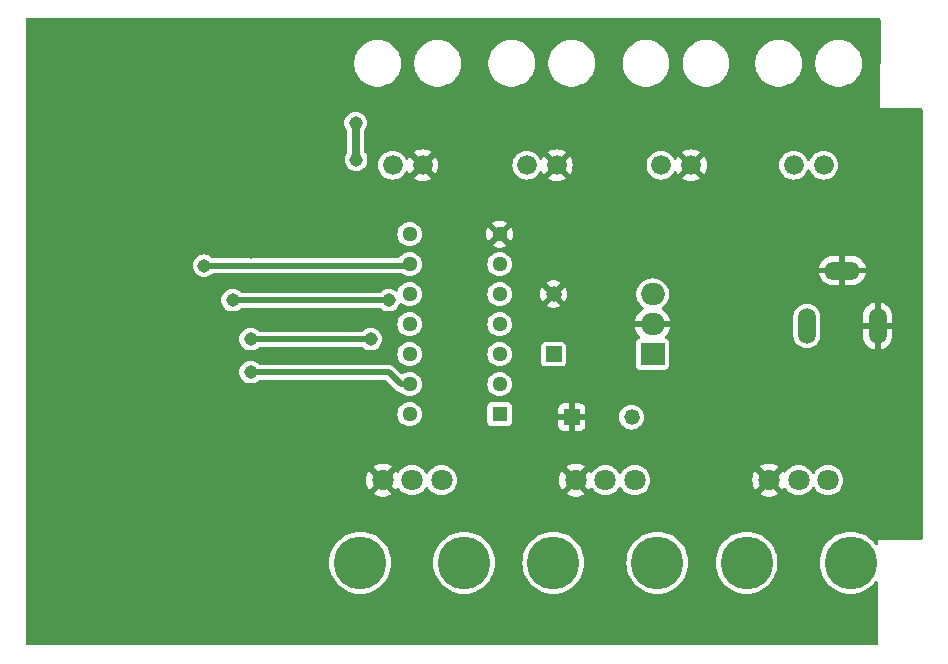
<source format=gbr>
%TF.GenerationSoftware,KiCad,Pcbnew,8.0.4-8.0.4-0~ubuntu22.04.1*%
%TF.CreationDate,2024-07-29T20:28:28-07:00*%
%TF.ProjectId,kraken-pwm-controller,6b72616b-656e-42d7-9077-6d2d636f6e74,rev?*%
%TF.SameCoordinates,Original*%
%TF.FileFunction,Copper,L2,Bot*%
%TF.FilePolarity,Positive*%
%FSLAX46Y46*%
G04 Gerber Fmt 4.6, Leading zero omitted, Abs format (unit mm)*
G04 Created by KiCad (PCBNEW 8.0.4-8.0.4-0~ubuntu22.04.1) date 2024-07-29 20:28:28*
%MOMM*%
%LPD*%
G01*
G04 APERTURE LIST*
%TA.AperFunction,ComponentPad*%
%ADD10C,1.800000*%
%TD*%
%TA.AperFunction,ComponentPad*%
%ADD11C,4.460000*%
%TD*%
%TA.AperFunction,ComponentPad*%
%ADD12C,1.676400*%
%TD*%
%TA.AperFunction,ComponentPad*%
%ADD13O,1.508000X3.016000*%
%TD*%
%TA.AperFunction,ComponentPad*%
%ADD14O,3.016000X1.508000*%
%TD*%
%TA.AperFunction,ComponentPad*%
%ADD15R,1.295400X1.295400*%
%TD*%
%TA.AperFunction,ComponentPad*%
%ADD16C,1.295400*%
%TD*%
%TA.AperFunction,ComponentPad*%
%ADD17R,1.320800X1.320800*%
%TD*%
%TA.AperFunction,ComponentPad*%
%ADD18C,1.320800*%
%TD*%
%TA.AperFunction,ComponentPad*%
%ADD19R,2.000000X1.905000*%
%TD*%
%TA.AperFunction,ComponentPad*%
%ADD20O,2.000000X1.905000*%
%TD*%
%TA.AperFunction,ViaPad*%
%ADD21C,1.143000*%
%TD*%
%TA.AperFunction,Conductor*%
%ADD22C,0.635000*%
%TD*%
%TA.AperFunction,Conductor*%
%ADD23C,0.508000*%
%TD*%
G04 APERTURE END LIST*
D10*
%TO.P,RV1,1,1*%
%TO.N,3v3*%
X150242000Y-100076000D03*
%TO.P,RV1,2,2*%
%TO.N,Net-(U2-GP26)*%
X147742000Y-100076000D03*
%TO.P,RV1,3,3*%
%TO.N,GND*%
X145242000Y-100076000D03*
D11*
%TO.P,RV1,4*%
%TO.N,N/C*%
X152142000Y-107076000D03*
%TO.P,RV1,5*%
X143342000Y-107076000D03*
%TD*%
D12*
%TO.P,J2,1,Pin_1*%
%TO.N,Net-(J2-Pin_1)*%
X136093800Y-73406000D03*
%TO.P,J2,2,Pin_2*%
%TO.N,GND*%
X138633800Y-73406000D03*
%TD*%
%TO.P,J4,1,Pin_1*%
%TO.N,Net-(J4-Pin_1)*%
X113367400Y-73406000D03*
%TO.P,J4,2,Pin_2*%
%TO.N,GND*%
X115907400Y-73406000D03*
%TD*%
D13*
%TO.P,J5,1*%
%TO.N,Net-(U1-VI)*%
X148440000Y-87025000D03*
%TO.P,J5,2*%
%TO.N,GND*%
X154440000Y-87025000D03*
D14*
%TO.P,J5,3*%
X151440000Y-82325000D03*
%TD*%
D10*
%TO.P,RV3,1,1*%
%TO.N,3v3*%
X117522000Y-100076000D03*
%TO.P,RV3,2,2*%
%TO.N,Net-(U2-GP28)*%
X115022000Y-100076000D03*
%TO.P,RV3,3,3*%
%TO.N,GND*%
X112522000Y-100076000D03*
D11*
%TO.P,RV3,4*%
%TO.N,N/C*%
X119422000Y-107076000D03*
%TO.P,RV3,5*%
X110622000Y-107076000D03*
%TD*%
D12*
%TO.P,J1,1,Pin_1*%
%TO.N,Net-(J1-Pin_1)*%
X147320000Y-73406000D03*
%TO.P,J1,2,Pin_2*%
%TO.N,unconnected-(J1-Pin_2-Pad2)*%
X149860000Y-73406000D03*
%TD*%
%TO.P,J3,1,Pin_1*%
%TO.N,Net-(J3-Pin_1)*%
X124730600Y-73406000D03*
%TO.P,J3,2,Pin_2*%
%TO.N,GND*%
X127270600Y-73406000D03*
%TD*%
D15*
%TO.P,U4,1*%
%TO.N,Net-(U2-GP0)*%
X122428000Y-94488000D03*
D16*
%TO.P,U4,2*%
X122428000Y-91948000D03*
%TO.P,U4,3*%
%TO.N,Net-(J1-Pin_1)*%
X122428000Y-89408000D03*
%TO.P,U4,4*%
%TO.N,Net-(U2-GP1)*%
X122428000Y-86868000D03*
%TO.P,U4,5*%
X122428000Y-84328000D03*
%TO.P,U4,6*%
%TO.N,Net-(J2-Pin_1)*%
X122428000Y-81788000D03*
%TO.P,U4,7,GND*%
%TO.N,GND*%
X122428000Y-79248000D03*
%TO.P,U4,8*%
%TO.N,Net-(J3-Pin_1)*%
X114808000Y-79248000D03*
%TO.P,U4,9*%
%TO.N,Net-(U2-GP8)*%
X114808000Y-81788000D03*
%TO.P,U4,10*%
X114808000Y-84328000D03*
%TO.P,U4,11*%
%TO.N,Net-(J4-Pin_1)*%
X114808000Y-86868000D03*
%TO.P,U4,12*%
%TO.N,Net-(U2-GP9)*%
X114808000Y-89408000D03*
%TO.P,U4,13*%
X114808000Y-91948000D03*
%TO.P,U4,14,VCC*%
%TO.N,+5V*%
X114808000Y-94488000D03*
%TD*%
D17*
%TO.P,C3,1*%
%TO.N,+5V*%
X127000000Y-89408000D03*
D18*
%TO.P,C3,2*%
%TO.N,GND*%
X127000000Y-84328000D03*
%TD*%
D19*
%TO.P,U1,1,VI*%
%TO.N,Net-(U1-VI)*%
X135382000Y-89408000D03*
D20*
%TO.P,U1,2,GND*%
%TO.N,GND*%
X135382000Y-86868000D03*
%TO.P,U1,3,VO*%
%TO.N,+5V*%
X135382000Y-84328000D03*
%TD*%
D17*
%TO.P,C1,1*%
%TO.N,GND*%
X128524000Y-94742000D03*
D18*
%TO.P,C1,2*%
%TO.N,Net-(U1-VI)*%
X133604000Y-94742000D03*
%TD*%
D10*
%TO.P,RV2,1,1*%
%TO.N,3v3*%
X133882000Y-100076000D03*
%TO.P,RV2,2,2*%
%TO.N,Net-(U2-GP27)*%
X131382000Y-100076000D03*
%TO.P,RV2,3,3*%
%TO.N,GND*%
X128882000Y-100076000D03*
D11*
%TO.P,RV2,4*%
%TO.N,N/C*%
X135782000Y-107076000D03*
%TO.P,RV2,5*%
X126982000Y-107076000D03*
%TD*%
D21*
%TO.N,GND*%
X101346000Y-93472000D03*
X88138000Y-106172000D03*
X88138000Y-80772000D03*
X101346000Y-106172000D03*
X101346000Y-68072000D03*
X88138000Y-93472000D03*
X87630000Y-68072000D03*
X101346000Y-80772000D03*
%TO.N,+5V*%
X110286447Y-72948447D03*
X110236000Y-69850000D03*
%TO.N,Net-(U2-GP0)*%
X101346000Y-88138000D03*
X111506000Y-88138000D03*
%TO.N,Net-(U2-GP1)*%
X99822000Y-84836000D03*
X113030000Y-84836000D03*
%TO.N,Net-(U2-GP8)*%
X97409000Y-81915000D03*
%TO.N,Net-(U2-GP9)*%
X101346000Y-90932000D03*
%TD*%
D22*
%TO.N,+5V*%
X110236000Y-69850000D02*
X110236000Y-72898000D01*
X110236000Y-72898000D02*
X110286447Y-72948447D01*
D23*
%TO.N,Net-(U2-GP0)*%
X111506000Y-88138000D02*
X101346000Y-88138000D01*
%TO.N,Net-(U2-GP1)*%
X99822000Y-84836000D02*
X113030000Y-84836000D01*
%TO.N,Net-(U2-GP8)*%
X97409000Y-81915000D02*
X114681000Y-81915000D01*
X114681000Y-81915000D02*
X114808000Y-81788000D01*
%TO.N,Net-(U2-GP9)*%
X101346000Y-90932000D02*
X113030000Y-90932000D01*
X114046000Y-91948000D02*
X114808000Y-91948000D01*
X114808000Y-89408000D02*
X114681000Y-89535000D01*
X113030000Y-90932000D02*
X114046000Y-91948000D01*
%TD*%
%TA.AperFunction,Conductor*%
%TO.N,GND*%
G36*
X158185039Y-68599685D02*
G01*
X158230794Y-68652489D01*
X158242000Y-68704000D01*
X158242000Y-105032000D01*
X158222315Y-105099039D01*
X158169511Y-105144794D01*
X158118000Y-105156000D01*
X154432000Y-105156000D01*
X154432000Y-87825000D01*
X154505826Y-87825000D01*
X154632993Y-87790925D01*
X154690000Y-87758012D01*
X154690000Y-89009034D01*
X154733644Y-89002123D01*
X154921373Y-88941126D01*
X155097242Y-88851514D01*
X155256919Y-88735503D01*
X155256924Y-88735499D01*
X155396499Y-88595924D01*
X155396503Y-88595919D01*
X155512514Y-88436242D01*
X155602126Y-88260373D01*
X155663123Y-88072646D01*
X155694000Y-87877697D01*
X155694000Y-87275000D01*
X154940000Y-87275000D01*
X154940000Y-86775000D01*
X155694000Y-86775000D01*
X155694000Y-86172302D01*
X155663123Y-85977353D01*
X155602126Y-85789626D01*
X155512514Y-85613757D01*
X155396503Y-85454080D01*
X155396499Y-85454075D01*
X155256924Y-85314500D01*
X155256919Y-85314496D01*
X155097242Y-85198485D01*
X154921371Y-85108873D01*
X154733642Y-85047876D01*
X154690000Y-85040963D01*
X154690000Y-86291988D01*
X154632993Y-86259075D01*
X154505826Y-86225000D01*
X154432000Y-86225000D01*
X154432000Y-68580000D01*
X154649541Y-68580000D01*
X158118000Y-68580000D01*
X158185039Y-68599685D01*
G37*
%TD.AperFunction*%
%TD*%
%TA.AperFunction,Conductor*%
%TO.N,GND*%
G36*
X154628444Y-60979685D02*
G01*
X154674199Y-61032489D01*
X154685403Y-61084592D01*
X154649540Y-68580000D01*
X154432000Y-68580000D01*
X154432000Y-86225000D01*
X154374174Y-86225000D01*
X154247007Y-86259075D01*
X154190000Y-86291988D01*
X154190000Y-85040963D01*
X154146357Y-85047876D01*
X154146356Y-85047876D01*
X153958628Y-85108873D01*
X153782757Y-85198485D01*
X153623080Y-85314496D01*
X153623075Y-85314500D01*
X153483500Y-85454075D01*
X153483496Y-85454080D01*
X153367485Y-85613757D01*
X153277873Y-85789626D01*
X153216876Y-85977353D01*
X153186000Y-86172302D01*
X153186000Y-86775000D01*
X153940000Y-86775000D01*
X153940000Y-87275000D01*
X153186000Y-87275000D01*
X153186000Y-87877697D01*
X153216876Y-88072646D01*
X153277873Y-88260373D01*
X153367485Y-88436242D01*
X153483496Y-88595919D01*
X153483500Y-88595924D01*
X153623075Y-88735499D01*
X153623080Y-88735503D01*
X153782757Y-88851514D01*
X153958626Y-88941126D01*
X154146355Y-89002123D01*
X154189999Y-89009034D01*
X154190000Y-89009034D01*
X154190000Y-87758012D01*
X154247007Y-87790925D01*
X154374174Y-87825000D01*
X154432000Y-87825000D01*
X154432000Y-105156000D01*
X154474536Y-105156000D01*
X154473090Y-105458166D01*
X154453084Y-105525111D01*
X154400062Y-105570613D01*
X154330857Y-105580225D01*
X154267441Y-105550896D01*
X154251480Y-105534046D01*
X154100305Y-105341086D01*
X153876913Y-105117694D01*
X153628216Y-104922853D01*
X153628215Y-104922852D01*
X153628212Y-104922850D01*
X153357843Y-104759405D01*
X153069743Y-104629742D01*
X153069738Y-104629740D01*
X153069735Y-104629739D01*
X153069724Y-104629735D01*
X152768114Y-104535750D01*
X152457352Y-104478802D01*
X152142000Y-104459727D01*
X151826647Y-104478802D01*
X151515885Y-104535750D01*
X151214275Y-104629735D01*
X151214264Y-104629739D01*
X150926156Y-104759405D01*
X150655783Y-104922853D01*
X150407086Y-105117694D01*
X150183694Y-105341086D01*
X149988853Y-105589783D01*
X149825405Y-105860156D01*
X149695739Y-106148264D01*
X149695735Y-106148275D01*
X149601750Y-106449885D01*
X149544802Y-106760647D01*
X149525727Y-107076000D01*
X149544802Y-107391352D01*
X149601750Y-107702114D01*
X149695735Y-108003724D01*
X149695739Y-108003735D01*
X149695740Y-108003738D01*
X149695742Y-108003743D01*
X149825405Y-108291843D01*
X149988850Y-108562212D01*
X149988852Y-108562215D01*
X149988853Y-108562216D01*
X150183694Y-108810913D01*
X150407086Y-109034305D01*
X150407090Y-109034308D01*
X150655788Y-109229150D01*
X150926157Y-109392595D01*
X151214257Y-109522258D01*
X151214267Y-109522261D01*
X151214275Y-109522264D01*
X151515885Y-109616249D01*
X151826643Y-109673197D01*
X152142000Y-109692273D01*
X152457357Y-109673197D01*
X152768115Y-109616249D01*
X153069743Y-109522258D01*
X153357843Y-109392595D01*
X153628212Y-109229150D01*
X153876910Y-109034308D01*
X154100308Y-108810910D01*
X154235898Y-108637841D01*
X154292735Y-108597211D01*
X154362520Y-108593758D01*
X154423093Y-108628582D01*
X154455223Y-108690625D01*
X154457506Y-108714909D01*
X154432590Y-113922593D01*
X154412584Y-113989538D01*
X154359562Y-114035040D01*
X154308591Y-114046000D01*
X82420000Y-114046000D01*
X82352961Y-114026315D01*
X82307206Y-113973511D01*
X82296000Y-113922000D01*
X82296000Y-107076000D01*
X108005727Y-107076000D01*
X108024802Y-107391352D01*
X108081750Y-107702114D01*
X108175735Y-108003724D01*
X108175739Y-108003735D01*
X108175740Y-108003738D01*
X108175742Y-108003743D01*
X108305405Y-108291843D01*
X108468850Y-108562212D01*
X108468852Y-108562215D01*
X108468853Y-108562216D01*
X108663694Y-108810913D01*
X108887086Y-109034305D01*
X108887090Y-109034308D01*
X109135788Y-109229150D01*
X109406157Y-109392595D01*
X109694257Y-109522258D01*
X109694267Y-109522261D01*
X109694275Y-109522264D01*
X109995885Y-109616249D01*
X110306643Y-109673197D01*
X110622000Y-109692273D01*
X110937357Y-109673197D01*
X111248115Y-109616249D01*
X111549743Y-109522258D01*
X111837843Y-109392595D01*
X112108212Y-109229150D01*
X112356910Y-109034308D01*
X112580308Y-108810910D01*
X112775150Y-108562212D01*
X112938595Y-108291843D01*
X113068258Y-108003743D01*
X113162249Y-107702115D01*
X113219197Y-107391357D01*
X113238273Y-107076000D01*
X116805727Y-107076000D01*
X116824802Y-107391352D01*
X116881750Y-107702114D01*
X116975735Y-108003724D01*
X116975739Y-108003735D01*
X116975740Y-108003738D01*
X116975742Y-108003743D01*
X117105405Y-108291843D01*
X117268850Y-108562212D01*
X117268852Y-108562215D01*
X117268853Y-108562216D01*
X117463694Y-108810913D01*
X117687086Y-109034305D01*
X117687090Y-109034308D01*
X117935788Y-109229150D01*
X118206157Y-109392595D01*
X118494257Y-109522258D01*
X118494267Y-109522261D01*
X118494275Y-109522264D01*
X118795885Y-109616249D01*
X119106643Y-109673197D01*
X119422000Y-109692273D01*
X119737357Y-109673197D01*
X120048115Y-109616249D01*
X120349743Y-109522258D01*
X120637843Y-109392595D01*
X120908212Y-109229150D01*
X121156910Y-109034308D01*
X121380308Y-108810910D01*
X121575150Y-108562212D01*
X121738595Y-108291843D01*
X121868258Y-108003743D01*
X121962249Y-107702115D01*
X122019197Y-107391357D01*
X122038273Y-107076000D01*
X124365727Y-107076000D01*
X124384802Y-107391352D01*
X124441750Y-107702114D01*
X124535735Y-108003724D01*
X124535739Y-108003735D01*
X124535740Y-108003738D01*
X124535742Y-108003743D01*
X124665405Y-108291843D01*
X124828850Y-108562212D01*
X124828852Y-108562215D01*
X124828853Y-108562216D01*
X125023694Y-108810913D01*
X125247086Y-109034305D01*
X125247090Y-109034308D01*
X125495788Y-109229150D01*
X125766157Y-109392595D01*
X126054257Y-109522258D01*
X126054267Y-109522261D01*
X126054275Y-109522264D01*
X126355885Y-109616249D01*
X126666643Y-109673197D01*
X126982000Y-109692273D01*
X127297357Y-109673197D01*
X127608115Y-109616249D01*
X127909743Y-109522258D01*
X128197843Y-109392595D01*
X128468212Y-109229150D01*
X128716910Y-109034308D01*
X128940308Y-108810910D01*
X129135150Y-108562212D01*
X129298595Y-108291843D01*
X129428258Y-108003743D01*
X129522249Y-107702115D01*
X129579197Y-107391357D01*
X129598273Y-107076000D01*
X133165727Y-107076000D01*
X133184802Y-107391352D01*
X133241750Y-107702114D01*
X133335735Y-108003724D01*
X133335739Y-108003735D01*
X133335740Y-108003738D01*
X133335742Y-108003743D01*
X133465405Y-108291843D01*
X133628850Y-108562212D01*
X133628852Y-108562215D01*
X133628853Y-108562216D01*
X133823694Y-108810913D01*
X134047086Y-109034305D01*
X134047090Y-109034308D01*
X134295788Y-109229150D01*
X134566157Y-109392595D01*
X134854257Y-109522258D01*
X134854267Y-109522261D01*
X134854275Y-109522264D01*
X135155885Y-109616249D01*
X135466643Y-109673197D01*
X135782000Y-109692273D01*
X136097357Y-109673197D01*
X136408115Y-109616249D01*
X136709743Y-109522258D01*
X136997843Y-109392595D01*
X137268212Y-109229150D01*
X137516910Y-109034308D01*
X137740308Y-108810910D01*
X137935150Y-108562212D01*
X138098595Y-108291843D01*
X138228258Y-108003743D01*
X138322249Y-107702115D01*
X138379197Y-107391357D01*
X138398273Y-107076000D01*
X140725727Y-107076000D01*
X140744802Y-107391352D01*
X140801750Y-107702114D01*
X140895735Y-108003724D01*
X140895739Y-108003735D01*
X140895740Y-108003738D01*
X140895742Y-108003743D01*
X141025405Y-108291843D01*
X141188850Y-108562212D01*
X141188852Y-108562215D01*
X141188853Y-108562216D01*
X141383694Y-108810913D01*
X141607086Y-109034305D01*
X141607090Y-109034308D01*
X141855788Y-109229150D01*
X142126157Y-109392595D01*
X142414257Y-109522258D01*
X142414267Y-109522261D01*
X142414275Y-109522264D01*
X142715885Y-109616249D01*
X143026643Y-109673197D01*
X143342000Y-109692273D01*
X143657357Y-109673197D01*
X143968115Y-109616249D01*
X144269743Y-109522258D01*
X144557843Y-109392595D01*
X144828212Y-109229150D01*
X145076910Y-109034308D01*
X145300308Y-108810910D01*
X145495150Y-108562212D01*
X145658595Y-108291843D01*
X145788258Y-108003743D01*
X145882249Y-107702115D01*
X145939197Y-107391357D01*
X145958273Y-107076000D01*
X145939197Y-106760643D01*
X145882249Y-106449885D01*
X145788258Y-106148257D01*
X145658595Y-105860157D01*
X145495150Y-105589788D01*
X145300308Y-105341090D01*
X145300305Y-105341086D01*
X145076913Y-105117694D01*
X144828216Y-104922853D01*
X144828215Y-104922852D01*
X144828212Y-104922850D01*
X144557843Y-104759405D01*
X144269743Y-104629742D01*
X144269738Y-104629740D01*
X144269735Y-104629739D01*
X144269724Y-104629735D01*
X143968114Y-104535750D01*
X143657352Y-104478802D01*
X143342000Y-104459727D01*
X143026647Y-104478802D01*
X142715885Y-104535750D01*
X142414275Y-104629735D01*
X142414264Y-104629739D01*
X142126156Y-104759405D01*
X141855783Y-104922853D01*
X141607086Y-105117694D01*
X141383694Y-105341086D01*
X141188853Y-105589783D01*
X141025405Y-105860156D01*
X140895739Y-106148264D01*
X140895735Y-106148275D01*
X140801750Y-106449885D01*
X140744802Y-106760647D01*
X140725727Y-107076000D01*
X138398273Y-107076000D01*
X138379197Y-106760643D01*
X138322249Y-106449885D01*
X138228258Y-106148257D01*
X138098595Y-105860157D01*
X137935150Y-105589788D01*
X137740308Y-105341090D01*
X137740305Y-105341086D01*
X137516913Y-105117694D01*
X137268216Y-104922853D01*
X137268215Y-104922852D01*
X137268212Y-104922850D01*
X136997843Y-104759405D01*
X136709743Y-104629742D01*
X136709738Y-104629740D01*
X136709735Y-104629739D01*
X136709724Y-104629735D01*
X136408114Y-104535750D01*
X136097352Y-104478802D01*
X135782000Y-104459727D01*
X135466647Y-104478802D01*
X135155885Y-104535750D01*
X134854275Y-104629735D01*
X134854264Y-104629739D01*
X134566156Y-104759405D01*
X134295783Y-104922853D01*
X134047086Y-105117694D01*
X133823694Y-105341086D01*
X133628853Y-105589783D01*
X133465405Y-105860156D01*
X133335739Y-106148264D01*
X133335735Y-106148275D01*
X133241750Y-106449885D01*
X133184802Y-106760647D01*
X133165727Y-107076000D01*
X129598273Y-107076000D01*
X129579197Y-106760643D01*
X129522249Y-106449885D01*
X129428258Y-106148257D01*
X129298595Y-105860157D01*
X129135150Y-105589788D01*
X128940308Y-105341090D01*
X128940305Y-105341086D01*
X128716913Y-105117694D01*
X128468216Y-104922853D01*
X128468215Y-104922852D01*
X128468212Y-104922850D01*
X128197843Y-104759405D01*
X127909743Y-104629742D01*
X127909738Y-104629740D01*
X127909735Y-104629739D01*
X127909724Y-104629735D01*
X127608114Y-104535750D01*
X127297352Y-104478802D01*
X126982000Y-104459727D01*
X126666647Y-104478802D01*
X126355885Y-104535750D01*
X126054275Y-104629735D01*
X126054264Y-104629739D01*
X125766156Y-104759405D01*
X125495783Y-104922853D01*
X125247086Y-105117694D01*
X125023694Y-105341086D01*
X124828853Y-105589783D01*
X124665405Y-105860156D01*
X124535739Y-106148264D01*
X124535735Y-106148275D01*
X124441750Y-106449885D01*
X124384802Y-106760647D01*
X124365727Y-107076000D01*
X122038273Y-107076000D01*
X122019197Y-106760643D01*
X121962249Y-106449885D01*
X121868258Y-106148257D01*
X121738595Y-105860157D01*
X121575150Y-105589788D01*
X121380308Y-105341090D01*
X121380305Y-105341086D01*
X121156913Y-105117694D01*
X120908216Y-104922853D01*
X120908215Y-104922852D01*
X120908212Y-104922850D01*
X120637843Y-104759405D01*
X120349743Y-104629742D01*
X120349738Y-104629740D01*
X120349735Y-104629739D01*
X120349724Y-104629735D01*
X120048114Y-104535750D01*
X119737352Y-104478802D01*
X119422000Y-104459727D01*
X119106647Y-104478802D01*
X118795885Y-104535750D01*
X118494275Y-104629735D01*
X118494264Y-104629739D01*
X118206156Y-104759405D01*
X117935783Y-104922853D01*
X117687086Y-105117694D01*
X117463694Y-105341086D01*
X117268853Y-105589783D01*
X117105405Y-105860156D01*
X116975739Y-106148264D01*
X116975735Y-106148275D01*
X116881750Y-106449885D01*
X116824802Y-106760647D01*
X116805727Y-107076000D01*
X113238273Y-107076000D01*
X113219197Y-106760643D01*
X113162249Y-106449885D01*
X113068258Y-106148257D01*
X112938595Y-105860157D01*
X112775150Y-105589788D01*
X112580308Y-105341090D01*
X112580305Y-105341086D01*
X112356913Y-105117694D01*
X112108216Y-104922853D01*
X112108215Y-104922852D01*
X112108212Y-104922850D01*
X111837843Y-104759405D01*
X111549743Y-104629742D01*
X111549738Y-104629740D01*
X111549735Y-104629739D01*
X111549724Y-104629735D01*
X111248114Y-104535750D01*
X110937352Y-104478802D01*
X110622000Y-104459727D01*
X110306647Y-104478802D01*
X109995885Y-104535750D01*
X109694275Y-104629735D01*
X109694264Y-104629739D01*
X109406156Y-104759405D01*
X109135783Y-104922853D01*
X108887086Y-105117694D01*
X108663694Y-105341086D01*
X108468853Y-105589783D01*
X108305405Y-105860156D01*
X108175739Y-106148264D01*
X108175735Y-106148275D01*
X108081750Y-106449885D01*
X108024802Y-106760647D01*
X108005727Y-107076000D01*
X82296000Y-107076000D01*
X82296000Y-100075994D01*
X111117202Y-100075994D01*
X111117202Y-100076005D01*
X111136361Y-100307218D01*
X111193317Y-100532135D01*
X111286515Y-100744606D01*
X111370812Y-100873633D01*
X111957387Y-100287058D01*
X111962889Y-100307591D01*
X112041881Y-100444408D01*
X112153592Y-100556119D01*
X112290409Y-100635111D01*
X112310940Y-100640612D01*
X111723201Y-101228351D01*
X111753649Y-101252050D01*
X111957697Y-101362476D01*
X111957706Y-101362479D01*
X112177139Y-101437811D01*
X112405993Y-101476000D01*
X112638007Y-101476000D01*
X112866860Y-101437811D01*
X113086293Y-101362479D01*
X113086301Y-101362476D01*
X113290355Y-101252047D01*
X113320797Y-101228351D01*
X113320798Y-101228350D01*
X112733060Y-100640612D01*
X112753591Y-100635111D01*
X112890408Y-100556119D01*
X113002119Y-100444408D01*
X113081111Y-100307591D01*
X113086612Y-100287059D01*
X113673186Y-100873633D01*
X113738448Y-100773744D01*
X113791594Y-100728388D01*
X113860825Y-100718964D01*
X113924161Y-100748466D01*
X113943828Y-100770439D01*
X114036564Y-100902879D01*
X114195121Y-101061436D01*
X114378802Y-101190051D01*
X114582027Y-101284816D01*
X114798620Y-101342852D01*
X114958177Y-101356811D01*
X115021998Y-101362395D01*
X115022000Y-101362395D01*
X115022002Y-101362395D01*
X115077845Y-101357509D01*
X115245380Y-101342852D01*
X115461973Y-101284816D01*
X115665198Y-101190051D01*
X115848879Y-101061436D01*
X116007436Y-100902879D01*
X116136051Y-100719198D01*
X116159618Y-100668657D01*
X116205790Y-100616218D01*
X116272983Y-100597066D01*
X116339864Y-100617281D01*
X116384381Y-100668657D01*
X116407949Y-100719198D01*
X116536564Y-100902879D01*
X116695121Y-101061436D01*
X116878802Y-101190051D01*
X117082027Y-101284816D01*
X117298620Y-101342852D01*
X117458177Y-101356811D01*
X117521998Y-101362395D01*
X117522000Y-101362395D01*
X117522002Y-101362395D01*
X117577845Y-101357509D01*
X117745380Y-101342852D01*
X117961973Y-101284816D01*
X118165198Y-101190051D01*
X118348879Y-101061436D01*
X118507436Y-100902879D01*
X118636051Y-100719198D01*
X118730816Y-100515973D01*
X118788852Y-100299380D01*
X118808395Y-100076000D01*
X118808394Y-100075994D01*
X127477202Y-100075994D01*
X127477202Y-100076005D01*
X127496361Y-100307218D01*
X127553317Y-100532135D01*
X127646515Y-100744606D01*
X127730812Y-100873633D01*
X128317387Y-100287058D01*
X128322889Y-100307591D01*
X128401881Y-100444408D01*
X128513592Y-100556119D01*
X128650409Y-100635111D01*
X128670940Y-100640612D01*
X128083201Y-101228351D01*
X128113649Y-101252050D01*
X128317697Y-101362476D01*
X128317706Y-101362479D01*
X128537139Y-101437811D01*
X128765993Y-101476000D01*
X128998007Y-101476000D01*
X129226860Y-101437811D01*
X129446293Y-101362479D01*
X129446301Y-101362476D01*
X129650355Y-101252047D01*
X129680797Y-101228351D01*
X129680798Y-101228350D01*
X129093060Y-100640612D01*
X129113591Y-100635111D01*
X129250408Y-100556119D01*
X129362119Y-100444408D01*
X129441111Y-100307591D01*
X129446612Y-100287059D01*
X130033186Y-100873633D01*
X130098448Y-100773744D01*
X130151594Y-100728388D01*
X130220825Y-100718964D01*
X130284161Y-100748466D01*
X130303828Y-100770439D01*
X130396564Y-100902879D01*
X130555121Y-101061436D01*
X130738802Y-101190051D01*
X130942027Y-101284816D01*
X131158620Y-101342852D01*
X131318177Y-101356811D01*
X131381998Y-101362395D01*
X131382000Y-101362395D01*
X131382002Y-101362395D01*
X131437845Y-101357509D01*
X131605380Y-101342852D01*
X131821973Y-101284816D01*
X132025198Y-101190051D01*
X132208879Y-101061436D01*
X132367436Y-100902879D01*
X132496051Y-100719198D01*
X132519618Y-100668657D01*
X132565790Y-100616218D01*
X132632983Y-100597066D01*
X132699864Y-100617281D01*
X132744381Y-100668657D01*
X132767949Y-100719198D01*
X132896564Y-100902879D01*
X133055121Y-101061436D01*
X133238802Y-101190051D01*
X133442027Y-101284816D01*
X133658620Y-101342852D01*
X133818177Y-101356811D01*
X133881998Y-101362395D01*
X133882000Y-101362395D01*
X133882002Y-101362395D01*
X133937845Y-101357509D01*
X134105380Y-101342852D01*
X134321973Y-101284816D01*
X134525198Y-101190051D01*
X134708879Y-101061436D01*
X134867436Y-100902879D01*
X134996051Y-100719198D01*
X135090816Y-100515973D01*
X135148852Y-100299380D01*
X135168395Y-100076000D01*
X135168394Y-100075994D01*
X143837202Y-100075994D01*
X143837202Y-100076005D01*
X143856361Y-100307218D01*
X143913317Y-100532135D01*
X144006515Y-100744606D01*
X144090812Y-100873633D01*
X144677387Y-100287058D01*
X144682889Y-100307591D01*
X144761881Y-100444408D01*
X144873592Y-100556119D01*
X145010409Y-100635111D01*
X145030940Y-100640612D01*
X144443201Y-101228351D01*
X144473649Y-101252050D01*
X144677697Y-101362476D01*
X144677706Y-101362479D01*
X144897139Y-101437811D01*
X145125993Y-101476000D01*
X145358007Y-101476000D01*
X145586860Y-101437811D01*
X145806293Y-101362479D01*
X145806301Y-101362476D01*
X146010355Y-101252047D01*
X146040797Y-101228351D01*
X146040798Y-101228350D01*
X145453060Y-100640612D01*
X145473591Y-100635111D01*
X145610408Y-100556119D01*
X145722119Y-100444408D01*
X145801111Y-100307591D01*
X145806612Y-100287059D01*
X146393186Y-100873633D01*
X146458448Y-100773744D01*
X146511594Y-100728388D01*
X146580825Y-100718964D01*
X146644161Y-100748466D01*
X146663828Y-100770439D01*
X146756564Y-100902879D01*
X146915121Y-101061436D01*
X147098802Y-101190051D01*
X147302027Y-101284816D01*
X147518620Y-101342852D01*
X147678177Y-101356811D01*
X147741998Y-101362395D01*
X147742000Y-101362395D01*
X147742002Y-101362395D01*
X147797845Y-101357509D01*
X147965380Y-101342852D01*
X148181973Y-101284816D01*
X148385198Y-101190051D01*
X148568879Y-101061436D01*
X148727436Y-100902879D01*
X148856051Y-100719198D01*
X148879618Y-100668657D01*
X148925790Y-100616218D01*
X148992983Y-100597066D01*
X149059864Y-100617281D01*
X149104381Y-100668657D01*
X149127949Y-100719198D01*
X149256564Y-100902879D01*
X149415121Y-101061436D01*
X149598802Y-101190051D01*
X149802027Y-101284816D01*
X150018620Y-101342852D01*
X150178177Y-101356811D01*
X150241998Y-101362395D01*
X150242000Y-101362395D01*
X150242002Y-101362395D01*
X150297845Y-101357509D01*
X150465380Y-101342852D01*
X150681973Y-101284816D01*
X150885198Y-101190051D01*
X151068879Y-101061436D01*
X151227436Y-100902879D01*
X151356051Y-100719198D01*
X151450816Y-100515973D01*
X151508852Y-100299380D01*
X151528395Y-100076000D01*
X151528394Y-100075994D01*
X151508852Y-99852625D01*
X151508852Y-99852620D01*
X151450816Y-99636027D01*
X151356051Y-99432803D01*
X151227436Y-99249121D01*
X151068879Y-99090564D01*
X150885198Y-98961949D01*
X150681973Y-98867184D01*
X150681969Y-98867183D01*
X150681965Y-98867181D01*
X150465385Y-98809149D01*
X150465381Y-98809148D01*
X150465380Y-98809148D01*
X150465379Y-98809147D01*
X150465374Y-98809147D01*
X150242002Y-98789605D01*
X150241998Y-98789605D01*
X150018625Y-98809147D01*
X150018614Y-98809149D01*
X149802034Y-98867181D01*
X149802025Y-98867185D01*
X149598804Y-98961948D01*
X149598802Y-98961949D01*
X149415118Y-99090565D01*
X149256565Y-99249118D01*
X149127949Y-99432802D01*
X149127948Y-99432804D01*
X149104382Y-99483343D01*
X149058210Y-99535782D01*
X148991016Y-99554934D01*
X148924135Y-99534718D01*
X148879618Y-99483343D01*
X148856051Y-99432804D01*
X148856050Y-99432802D01*
X148855750Y-99432374D01*
X148727436Y-99249121D01*
X148568879Y-99090564D01*
X148385198Y-98961949D01*
X148181973Y-98867184D01*
X148181969Y-98867183D01*
X148181965Y-98867181D01*
X147965385Y-98809149D01*
X147965381Y-98809148D01*
X147965380Y-98809148D01*
X147965379Y-98809147D01*
X147965374Y-98809147D01*
X147742002Y-98789605D01*
X147741998Y-98789605D01*
X147518625Y-98809147D01*
X147518614Y-98809149D01*
X147302034Y-98867181D01*
X147302025Y-98867185D01*
X147098804Y-98961948D01*
X147098802Y-98961949D01*
X146915118Y-99090565D01*
X146756567Y-99249116D01*
X146663831Y-99381557D01*
X146609254Y-99425182D01*
X146539755Y-99432374D01*
X146477401Y-99400852D01*
X146458447Y-99378254D01*
X146393186Y-99278365D01*
X145806612Y-99864939D01*
X145801111Y-99844409D01*
X145722119Y-99707592D01*
X145610408Y-99595881D01*
X145473591Y-99516889D01*
X145453058Y-99511387D01*
X146040797Y-98923647D01*
X146040797Y-98923645D01*
X146010360Y-98899955D01*
X146010354Y-98899951D01*
X145806302Y-98789523D01*
X145806293Y-98789520D01*
X145586860Y-98714188D01*
X145358007Y-98676000D01*
X145125993Y-98676000D01*
X144897139Y-98714188D01*
X144677706Y-98789520D01*
X144677697Y-98789523D01*
X144473650Y-98899949D01*
X144443200Y-98923647D01*
X145030941Y-99511387D01*
X145010409Y-99516889D01*
X144873592Y-99595881D01*
X144761881Y-99707592D01*
X144682889Y-99844409D01*
X144677387Y-99864941D01*
X144090811Y-99278365D01*
X144006516Y-99407390D01*
X143913317Y-99619864D01*
X143856361Y-99844781D01*
X143837202Y-100075994D01*
X135168394Y-100075994D01*
X135148852Y-99852625D01*
X135148852Y-99852620D01*
X135090816Y-99636027D01*
X134996051Y-99432803D01*
X134867436Y-99249121D01*
X134708879Y-99090564D01*
X134525198Y-98961949D01*
X134321973Y-98867184D01*
X134321969Y-98867183D01*
X134321965Y-98867181D01*
X134105385Y-98809149D01*
X134105381Y-98809148D01*
X134105380Y-98809148D01*
X134105379Y-98809147D01*
X134105374Y-98809147D01*
X133882002Y-98789605D01*
X133881998Y-98789605D01*
X133658625Y-98809147D01*
X133658614Y-98809149D01*
X133442034Y-98867181D01*
X133442025Y-98867185D01*
X133238804Y-98961948D01*
X133238802Y-98961949D01*
X133055118Y-99090565D01*
X132896565Y-99249118D01*
X132767949Y-99432802D01*
X132767948Y-99432804D01*
X132744382Y-99483343D01*
X132698210Y-99535782D01*
X132631016Y-99554934D01*
X132564135Y-99534718D01*
X132519618Y-99483343D01*
X132496051Y-99432804D01*
X132496050Y-99432802D01*
X132495750Y-99432374D01*
X132367436Y-99249121D01*
X132208879Y-99090564D01*
X132025198Y-98961949D01*
X131821973Y-98867184D01*
X131821969Y-98867183D01*
X131821965Y-98867181D01*
X131605385Y-98809149D01*
X131605381Y-98809148D01*
X131605380Y-98809148D01*
X131605379Y-98809147D01*
X131605374Y-98809147D01*
X131382002Y-98789605D01*
X131381998Y-98789605D01*
X131158625Y-98809147D01*
X131158614Y-98809149D01*
X130942034Y-98867181D01*
X130942025Y-98867185D01*
X130738804Y-98961948D01*
X130738802Y-98961949D01*
X130555118Y-99090565D01*
X130396567Y-99249116D01*
X130303831Y-99381557D01*
X130249254Y-99425182D01*
X130179755Y-99432374D01*
X130117401Y-99400852D01*
X130098447Y-99378254D01*
X130033186Y-99278365D01*
X129446612Y-99864939D01*
X129441111Y-99844409D01*
X129362119Y-99707592D01*
X129250408Y-99595881D01*
X129113591Y-99516889D01*
X129093058Y-99511387D01*
X129680797Y-98923647D01*
X129680797Y-98923645D01*
X129650360Y-98899955D01*
X129650354Y-98899951D01*
X129446302Y-98789523D01*
X129446293Y-98789520D01*
X129226860Y-98714188D01*
X128998007Y-98676000D01*
X128765993Y-98676000D01*
X128537139Y-98714188D01*
X128317706Y-98789520D01*
X128317697Y-98789523D01*
X128113650Y-98899949D01*
X128083200Y-98923647D01*
X128670941Y-99511387D01*
X128650409Y-99516889D01*
X128513592Y-99595881D01*
X128401881Y-99707592D01*
X128322889Y-99844409D01*
X128317387Y-99864941D01*
X127730811Y-99278365D01*
X127646516Y-99407390D01*
X127553317Y-99619864D01*
X127496361Y-99844781D01*
X127477202Y-100075994D01*
X118808394Y-100075994D01*
X118788852Y-99852625D01*
X118788852Y-99852620D01*
X118730816Y-99636027D01*
X118636051Y-99432803D01*
X118507436Y-99249121D01*
X118348879Y-99090564D01*
X118165198Y-98961949D01*
X117961973Y-98867184D01*
X117961969Y-98867183D01*
X117961965Y-98867181D01*
X117745385Y-98809149D01*
X117745381Y-98809148D01*
X117745380Y-98809148D01*
X117745379Y-98809147D01*
X117745374Y-98809147D01*
X117522002Y-98789605D01*
X117521998Y-98789605D01*
X117298625Y-98809147D01*
X117298614Y-98809149D01*
X117082034Y-98867181D01*
X117082025Y-98867185D01*
X116878804Y-98961948D01*
X116878802Y-98961949D01*
X116695118Y-99090565D01*
X116536565Y-99249118D01*
X116407949Y-99432802D01*
X116407948Y-99432804D01*
X116384382Y-99483343D01*
X116338210Y-99535782D01*
X116271016Y-99554934D01*
X116204135Y-99534718D01*
X116159618Y-99483343D01*
X116136051Y-99432804D01*
X116136050Y-99432802D01*
X116135750Y-99432374D01*
X116007436Y-99249121D01*
X115848879Y-99090564D01*
X115665198Y-98961949D01*
X115461973Y-98867184D01*
X115461969Y-98867183D01*
X115461965Y-98867181D01*
X115245385Y-98809149D01*
X115245381Y-98809148D01*
X115245380Y-98809148D01*
X115245379Y-98809147D01*
X115245374Y-98809147D01*
X115022002Y-98789605D01*
X115021998Y-98789605D01*
X114798625Y-98809147D01*
X114798614Y-98809149D01*
X114582034Y-98867181D01*
X114582025Y-98867185D01*
X114378804Y-98961948D01*
X114378802Y-98961949D01*
X114195118Y-99090565D01*
X114036567Y-99249116D01*
X113943831Y-99381557D01*
X113889254Y-99425182D01*
X113819755Y-99432374D01*
X113757401Y-99400852D01*
X113738447Y-99378254D01*
X113673186Y-99278365D01*
X113086612Y-99864939D01*
X113081111Y-99844409D01*
X113002119Y-99707592D01*
X112890408Y-99595881D01*
X112753591Y-99516889D01*
X112733058Y-99511387D01*
X113320797Y-98923647D01*
X113320797Y-98923645D01*
X113290360Y-98899955D01*
X113290354Y-98899951D01*
X113086302Y-98789523D01*
X113086293Y-98789520D01*
X112866860Y-98714188D01*
X112638007Y-98676000D01*
X112405993Y-98676000D01*
X112177139Y-98714188D01*
X111957706Y-98789520D01*
X111957697Y-98789523D01*
X111753650Y-98899949D01*
X111723200Y-98923647D01*
X112310941Y-99511387D01*
X112290409Y-99516889D01*
X112153592Y-99595881D01*
X112041881Y-99707592D01*
X111962889Y-99844409D01*
X111957387Y-99864941D01*
X111370811Y-99278365D01*
X111286516Y-99407390D01*
X111193317Y-99619864D01*
X111136361Y-99844781D01*
X111117202Y-100075994D01*
X82296000Y-100075994D01*
X82296000Y-94488000D01*
X113773820Y-94488000D01*
X113793690Y-94689756D01*
X113852544Y-94883769D01*
X113948106Y-95062554D01*
X113948112Y-95062561D01*
X114076723Y-95219276D01*
X114109365Y-95246064D01*
X114203903Y-95323649D01*
X114233438Y-95347887D01*
X114233445Y-95347893D01*
X114412230Y-95443455D01*
X114412236Y-95443458D01*
X114606241Y-95502309D01*
X114808000Y-95522180D01*
X115009759Y-95502309D01*
X115203764Y-95443458D01*
X115256020Y-95415526D01*
X115382554Y-95347893D01*
X115382556Y-95347890D01*
X115382560Y-95347889D01*
X115539276Y-95219276D01*
X115667889Y-95062560D01*
X115667890Y-95062556D01*
X115667893Y-95062554D01*
X115763455Y-94883769D01*
X115763458Y-94883764D01*
X115822309Y-94689759D01*
X115842180Y-94488000D01*
X115822309Y-94286241D01*
X115763458Y-94092236D01*
X115763455Y-94092230D01*
X115667893Y-93913445D01*
X115667887Y-93913438D01*
X115578152Y-93804094D01*
X121398800Y-93804094D01*
X121398800Y-95171906D01*
X121409604Y-95246061D01*
X121409604Y-95246062D01*
X121409605Y-95246064D01*
X121465521Y-95360443D01*
X121465523Y-95360446D01*
X121555553Y-95450476D01*
X121555556Y-95450478D01*
X121661579Y-95502309D01*
X121669939Y-95506396D01*
X121744094Y-95517200D01*
X121744100Y-95517200D01*
X123111900Y-95517200D01*
X123111906Y-95517200D01*
X123186061Y-95506396D01*
X123243253Y-95478436D01*
X123300443Y-95450478D01*
X123300446Y-95450476D01*
X123390476Y-95360446D01*
X123390478Y-95360443D01*
X123418436Y-95303253D01*
X123446396Y-95246061D01*
X123457200Y-95171906D01*
X123457200Y-94033755D01*
X127363600Y-94033755D01*
X127363600Y-94492000D01*
X128199263Y-94492000D01*
X128198799Y-94492464D01*
X128145295Y-94585135D01*
X128117600Y-94688496D01*
X128117600Y-94795504D01*
X128145295Y-94898865D01*
X128198799Y-94991536D01*
X128199263Y-94992000D01*
X127363600Y-94992000D01*
X127363600Y-95450244D01*
X127370001Y-95509772D01*
X127370003Y-95509779D01*
X127420245Y-95644486D01*
X127420249Y-95644493D01*
X127506409Y-95759587D01*
X127506412Y-95759590D01*
X127621506Y-95845750D01*
X127621513Y-95845754D01*
X127756220Y-95895996D01*
X127756227Y-95895998D01*
X127815755Y-95902399D01*
X127815772Y-95902400D01*
X128274000Y-95902400D01*
X128274000Y-95066737D01*
X128274464Y-95067201D01*
X128367135Y-95120705D01*
X128470496Y-95148400D01*
X128577504Y-95148400D01*
X128680865Y-95120705D01*
X128773536Y-95067201D01*
X128774000Y-95066737D01*
X128774000Y-95902400D01*
X129232228Y-95902400D01*
X129232244Y-95902399D01*
X129291772Y-95895998D01*
X129291779Y-95895996D01*
X129426486Y-95845754D01*
X129426493Y-95845750D01*
X129541587Y-95759590D01*
X129541590Y-95759587D01*
X129627750Y-95644493D01*
X129627754Y-95644486D01*
X129677996Y-95509779D01*
X129677998Y-95509772D01*
X129684399Y-95450244D01*
X129684400Y-95450227D01*
X129684400Y-94992000D01*
X128848737Y-94992000D01*
X128849201Y-94991536D01*
X128902705Y-94898865D01*
X128930400Y-94795504D01*
X128930400Y-94742000D01*
X132557059Y-94742000D01*
X132577175Y-94946246D01*
X132636754Y-95142651D01*
X132733498Y-95323647D01*
X132733500Y-95323650D01*
X132863700Y-95482299D01*
X133022349Y-95612499D01*
X133022352Y-95612501D01*
X133203348Y-95709245D01*
X133203350Y-95709245D01*
X133203353Y-95709247D01*
X133399752Y-95768824D01*
X133399751Y-95768824D01*
X133418064Y-95770627D01*
X133604000Y-95788941D01*
X133808248Y-95768824D01*
X134004647Y-95709247D01*
X134185649Y-95612500D01*
X134344299Y-95482299D01*
X134474500Y-95323649D01*
X134571247Y-95142647D01*
X134630824Y-94946248D01*
X134650941Y-94742000D01*
X134630824Y-94537752D01*
X134571247Y-94341353D01*
X134571245Y-94341350D01*
X134571245Y-94341348D01*
X134474501Y-94160352D01*
X134474499Y-94160349D01*
X134344299Y-94001700D01*
X134185650Y-93871500D01*
X134185647Y-93871498D01*
X134004651Y-93774754D01*
X133945210Y-93756723D01*
X133808248Y-93715176D01*
X133808245Y-93715175D01*
X133808248Y-93715175D01*
X133604000Y-93695059D01*
X133399753Y-93715175D01*
X133203348Y-93774754D01*
X133022352Y-93871498D01*
X133022349Y-93871500D01*
X132863700Y-94001700D01*
X132733500Y-94160349D01*
X132733498Y-94160352D01*
X132636754Y-94341348D01*
X132577175Y-94537753D01*
X132557059Y-94742000D01*
X128930400Y-94742000D01*
X128930400Y-94688496D01*
X128902705Y-94585135D01*
X128849201Y-94492464D01*
X128848737Y-94492000D01*
X129684400Y-94492000D01*
X129684400Y-94033772D01*
X129684399Y-94033755D01*
X129677998Y-93974227D01*
X129677996Y-93974220D01*
X129627754Y-93839513D01*
X129627750Y-93839506D01*
X129541590Y-93724412D01*
X129541587Y-93724409D01*
X129426493Y-93638249D01*
X129426486Y-93638245D01*
X129291779Y-93588003D01*
X129291772Y-93588001D01*
X129232244Y-93581600D01*
X128774000Y-93581600D01*
X128774000Y-94417263D01*
X128773536Y-94416799D01*
X128680865Y-94363295D01*
X128577504Y-94335600D01*
X128470496Y-94335600D01*
X128367135Y-94363295D01*
X128274464Y-94416799D01*
X128274000Y-94417263D01*
X128274000Y-93581600D01*
X127815755Y-93581600D01*
X127756227Y-93588001D01*
X127756220Y-93588003D01*
X127621513Y-93638245D01*
X127621506Y-93638249D01*
X127506412Y-93724409D01*
X127506409Y-93724412D01*
X127420249Y-93839506D01*
X127420245Y-93839513D01*
X127370003Y-93974220D01*
X127370001Y-93974227D01*
X127363600Y-94033755D01*
X123457200Y-94033755D01*
X123457200Y-93804094D01*
X123446396Y-93729939D01*
X123429344Y-93695059D01*
X123390478Y-93615556D01*
X123390476Y-93615553D01*
X123300446Y-93525523D01*
X123300443Y-93525521D01*
X123186064Y-93469605D01*
X123186062Y-93469604D01*
X123186061Y-93469604D01*
X123111906Y-93458800D01*
X121744094Y-93458800D01*
X121669939Y-93469604D01*
X121669937Y-93469604D01*
X121669935Y-93469605D01*
X121555556Y-93525521D01*
X121555553Y-93525523D01*
X121465523Y-93615553D01*
X121465521Y-93615556D01*
X121409605Y-93729935D01*
X121409604Y-93729937D01*
X121409604Y-93729939D01*
X121398800Y-93804094D01*
X115578152Y-93804094D01*
X115539276Y-93756723D01*
X115382561Y-93628112D01*
X115382554Y-93628106D01*
X115203769Y-93532544D01*
X115203766Y-93532543D01*
X115203764Y-93532542D01*
X115009759Y-93473691D01*
X115009756Y-93473690D01*
X114808000Y-93453820D01*
X114606243Y-93473690D01*
X114473123Y-93514071D01*
X114412236Y-93532542D01*
X114412235Y-93532542D01*
X114412230Y-93532544D01*
X114233445Y-93628106D01*
X114233438Y-93628112D01*
X114076723Y-93756723D01*
X113948112Y-93913438D01*
X113948106Y-93913445D01*
X113852544Y-94092230D01*
X113793690Y-94286243D01*
X113773820Y-94488000D01*
X82296000Y-94488000D01*
X82296000Y-90932000D01*
X100388389Y-90932000D01*
X100406789Y-91118823D01*
X100461283Y-91298463D01*
X100549772Y-91464014D01*
X100549777Y-91464021D01*
X100668866Y-91609133D01*
X100769847Y-91692005D01*
X100813980Y-91728224D01*
X100813983Y-91728225D01*
X100813985Y-91728227D01*
X100847687Y-91746241D01*
X100979538Y-91816717D01*
X101159179Y-91871211D01*
X101346000Y-91889611D01*
X101532821Y-91871211D01*
X101712462Y-91816717D01*
X101878020Y-91728224D01*
X102023133Y-91609133D01*
X102023137Y-91609127D01*
X102027436Y-91604830D01*
X102029219Y-91606613D01*
X102077868Y-91573492D01*
X102115948Y-91567500D01*
X112715405Y-91567500D01*
X112782444Y-91587185D01*
X112803086Y-91603819D01*
X113640888Y-92441622D01*
X113640892Y-92441625D01*
X113744971Y-92511169D01*
X113744984Y-92511176D01*
X113860626Y-92559076D01*
X113860631Y-92559078D01*
X113926760Y-92572231D01*
X113957477Y-92578342D01*
X114019388Y-92610726D01*
X114029139Y-92621294D01*
X114076723Y-92679276D01*
X114233438Y-92807887D01*
X114233445Y-92807893D01*
X114412230Y-92903455D01*
X114412236Y-92903458D01*
X114606241Y-92962309D01*
X114808000Y-92982180D01*
X115009759Y-92962309D01*
X115203764Y-92903458D01*
X115256020Y-92875526D01*
X115382554Y-92807893D01*
X115382556Y-92807890D01*
X115382560Y-92807889D01*
X115539276Y-92679276D01*
X115667889Y-92522560D01*
X115667890Y-92522556D01*
X115667893Y-92522554D01*
X115763455Y-92343769D01*
X115763458Y-92343764D01*
X115822309Y-92149759D01*
X115842180Y-91948000D01*
X121393820Y-91948000D01*
X121413690Y-92149756D01*
X121472544Y-92343769D01*
X121568106Y-92522554D01*
X121568112Y-92522561D01*
X121696723Y-92679276D01*
X121853438Y-92807887D01*
X121853445Y-92807893D01*
X122032230Y-92903455D01*
X122032236Y-92903458D01*
X122226241Y-92962309D01*
X122428000Y-92982180D01*
X122629759Y-92962309D01*
X122823764Y-92903458D01*
X122876020Y-92875526D01*
X123002554Y-92807893D01*
X123002556Y-92807890D01*
X123002560Y-92807889D01*
X123159276Y-92679276D01*
X123287889Y-92522560D01*
X123287890Y-92522556D01*
X123287893Y-92522554D01*
X123383455Y-92343769D01*
X123383458Y-92343764D01*
X123442309Y-92149759D01*
X123462180Y-91948000D01*
X123442309Y-91746241D01*
X123383458Y-91552236D01*
X123383455Y-91552230D01*
X123287893Y-91373445D01*
X123287887Y-91373438D01*
X123159276Y-91216723D01*
X123009102Y-91093480D01*
X123002560Y-91088111D01*
X123002559Y-91088110D01*
X123002554Y-91088106D01*
X122823769Y-90992544D01*
X122823766Y-90992543D01*
X122823764Y-90992542D01*
X122629759Y-90933691D01*
X122629756Y-90933690D01*
X122428000Y-90913820D01*
X122226243Y-90933690D01*
X122093123Y-90974071D01*
X122032236Y-90992542D01*
X122032235Y-90992542D01*
X122032230Y-90992544D01*
X121853445Y-91088106D01*
X121853438Y-91088112D01*
X121696723Y-91216723D01*
X121568112Y-91373438D01*
X121568106Y-91373445D01*
X121472544Y-91552230D01*
X121413690Y-91746243D01*
X121393820Y-91948000D01*
X115842180Y-91948000D01*
X115822309Y-91746241D01*
X115763458Y-91552236D01*
X115763455Y-91552230D01*
X115667893Y-91373445D01*
X115667887Y-91373438D01*
X115539276Y-91216723D01*
X115389102Y-91093480D01*
X115382560Y-91088111D01*
X115382559Y-91088110D01*
X115382554Y-91088106D01*
X115203769Y-90992544D01*
X115203766Y-90992543D01*
X115203764Y-90992542D01*
X115009759Y-90933691D01*
X115009756Y-90933690D01*
X114808000Y-90913820D01*
X114606243Y-90933690D01*
X114473123Y-90974071D01*
X114412236Y-90992542D01*
X114412235Y-90992542D01*
X114412230Y-90992544D01*
X114233442Y-91088108D01*
X114228968Y-91091098D01*
X114162289Y-91111970D01*
X114094910Y-91093480D01*
X114072404Y-91075671D01*
X113435111Y-90438377D01*
X113435107Y-90438374D01*
X113331028Y-90368830D01*
X113331015Y-90368823D01*
X113215373Y-90320923D01*
X113215361Y-90320920D01*
X113092595Y-90296500D01*
X113092591Y-90296500D01*
X102115948Y-90296500D01*
X102048909Y-90276815D01*
X102028211Y-90258394D01*
X102027436Y-90259170D01*
X102023132Y-90254866D01*
X101878021Y-90135777D01*
X101878014Y-90135772D01*
X101712463Y-90047283D01*
X101532823Y-89992789D01*
X101346000Y-89974389D01*
X101159176Y-89992789D01*
X100979536Y-90047283D01*
X100813985Y-90135772D01*
X100813978Y-90135777D01*
X100668866Y-90254866D01*
X100549777Y-90399978D01*
X100549772Y-90399985D01*
X100461283Y-90565536D01*
X100406789Y-90745176D01*
X100388389Y-90932000D01*
X82296000Y-90932000D01*
X82296000Y-89408000D01*
X113773820Y-89408000D01*
X113793690Y-89609756D01*
X113852544Y-89803769D01*
X113948106Y-89982554D01*
X113948112Y-89982561D01*
X114076723Y-90139276D01*
X114124840Y-90178764D01*
X114221870Y-90258394D01*
X114233438Y-90267887D01*
X114233445Y-90267893D01*
X114412230Y-90363455D01*
X114412236Y-90363458D01*
X114606241Y-90422309D01*
X114808000Y-90442180D01*
X115009759Y-90422309D01*
X115203764Y-90363458D01*
X115283347Y-90320920D01*
X115382554Y-90267893D01*
X115382556Y-90267890D01*
X115382560Y-90267889D01*
X115539276Y-90139276D01*
X115667889Y-89982560D01*
X115667890Y-89982556D01*
X115667893Y-89982554D01*
X115763455Y-89803769D01*
X115763458Y-89803764D01*
X115822309Y-89609759D01*
X115842180Y-89408000D01*
X121393820Y-89408000D01*
X121413690Y-89609756D01*
X121472544Y-89803769D01*
X121568106Y-89982554D01*
X121568112Y-89982561D01*
X121696723Y-90139276D01*
X121744840Y-90178764D01*
X121841870Y-90258394D01*
X121853438Y-90267887D01*
X121853445Y-90267893D01*
X122032230Y-90363455D01*
X122032236Y-90363458D01*
X122226241Y-90422309D01*
X122428000Y-90442180D01*
X122629759Y-90422309D01*
X122823764Y-90363458D01*
X122903347Y-90320920D01*
X123002554Y-90267893D01*
X123002556Y-90267890D01*
X123002560Y-90267889D01*
X123159276Y-90139276D01*
X123287889Y-89982560D01*
X123287890Y-89982556D01*
X123287893Y-89982554D01*
X123383455Y-89803769D01*
X123383458Y-89803764D01*
X123442309Y-89609759D01*
X123462180Y-89408000D01*
X123442309Y-89206241D01*
X123383458Y-89012236D01*
X123383455Y-89012230D01*
X123287893Y-88833445D01*
X123287887Y-88833438D01*
X123269969Y-88811605D01*
X123219548Y-88750166D01*
X123187729Y-88711394D01*
X125958100Y-88711394D01*
X125958100Y-90104606D01*
X125968904Y-90178761D01*
X125968904Y-90178762D01*
X125968905Y-90178764D01*
X126024821Y-90293143D01*
X126024823Y-90293146D01*
X126114853Y-90383176D01*
X126114856Y-90383178D01*
X126224463Y-90436761D01*
X126229239Y-90439096D01*
X126303394Y-90449900D01*
X126303400Y-90449900D01*
X127696600Y-90449900D01*
X127696606Y-90449900D01*
X127770761Y-90439096D01*
X127850763Y-90399985D01*
X127885143Y-90383178D01*
X127885146Y-90383176D01*
X127975176Y-90293146D01*
X127975178Y-90293143D01*
X128003136Y-90235953D01*
X128031096Y-90178761D01*
X128041900Y-90104606D01*
X128041900Y-88711394D01*
X128031096Y-88637239D01*
X128010896Y-88595919D01*
X127975178Y-88522856D01*
X127975176Y-88522853D01*
X127885146Y-88432823D01*
X127885143Y-88432821D01*
X127770764Y-88376905D01*
X127770762Y-88376904D01*
X127770761Y-88376904D01*
X127696606Y-88366100D01*
X126303394Y-88366100D01*
X126229239Y-88376904D01*
X126229237Y-88376904D01*
X126229235Y-88376905D01*
X126114856Y-88432821D01*
X126114853Y-88432823D01*
X126024823Y-88522853D01*
X126024821Y-88522856D01*
X125968905Y-88637235D01*
X125968904Y-88637237D01*
X125968904Y-88637239D01*
X125958100Y-88711394D01*
X123187729Y-88711394D01*
X123159276Y-88676723D01*
X123002561Y-88548112D01*
X123002554Y-88548106D01*
X122823769Y-88452544D01*
X122823766Y-88452543D01*
X122823764Y-88452542D01*
X122629759Y-88393691D01*
X122629756Y-88393690D01*
X122428000Y-88373820D01*
X122226243Y-88393690D01*
X122141823Y-88419299D01*
X122032236Y-88452542D01*
X122032235Y-88452542D01*
X122032230Y-88452544D01*
X121853445Y-88548106D01*
X121853438Y-88548112D01*
X121696723Y-88676723D01*
X121568112Y-88833438D01*
X121568106Y-88833445D01*
X121472544Y-89012230D01*
X121413690Y-89206243D01*
X121393820Y-89408000D01*
X115842180Y-89408000D01*
X115822309Y-89206241D01*
X115763458Y-89012236D01*
X115763455Y-89012230D01*
X115667893Y-88833445D01*
X115667887Y-88833438D01*
X115649969Y-88811605D01*
X115599548Y-88750166D01*
X115539276Y-88676723D01*
X115382561Y-88548112D01*
X115382554Y-88548106D01*
X115203769Y-88452544D01*
X115203766Y-88452543D01*
X115203764Y-88452542D01*
X115009759Y-88393691D01*
X115009756Y-88393690D01*
X114808000Y-88373820D01*
X114606243Y-88393690D01*
X114521823Y-88419299D01*
X114412236Y-88452542D01*
X114412235Y-88452542D01*
X114412230Y-88452544D01*
X114233445Y-88548106D01*
X114233438Y-88548112D01*
X114076723Y-88676723D01*
X113948112Y-88833438D01*
X113948106Y-88833445D01*
X113852544Y-89012230D01*
X113793690Y-89206243D01*
X113773820Y-89408000D01*
X82296000Y-89408000D01*
X82296000Y-88138000D01*
X100388389Y-88138000D01*
X100406789Y-88324823D01*
X100461283Y-88504463D01*
X100549772Y-88670014D01*
X100549777Y-88670021D01*
X100668866Y-88815133D01*
X100755877Y-88886540D01*
X100813980Y-88934224D01*
X100813983Y-88934225D01*
X100813985Y-88934227D01*
X100979536Y-89022716D01*
X100979538Y-89022717D01*
X101159179Y-89077211D01*
X101346000Y-89095611D01*
X101532821Y-89077211D01*
X101712462Y-89022717D01*
X101878020Y-88934224D01*
X102023133Y-88815133D01*
X102023137Y-88815127D01*
X102027436Y-88810830D01*
X102029219Y-88812613D01*
X102077868Y-88779492D01*
X102115948Y-88773500D01*
X110736052Y-88773500D01*
X110803091Y-88793185D01*
X110823788Y-88811605D01*
X110824564Y-88810830D01*
X110828867Y-88815133D01*
X110973980Y-88934224D01*
X110973983Y-88934225D01*
X110973985Y-88934227D01*
X111139536Y-89022716D01*
X111139538Y-89022717D01*
X111319179Y-89077211D01*
X111506000Y-89095611D01*
X111692821Y-89077211D01*
X111872462Y-89022717D01*
X112038020Y-88934224D01*
X112183133Y-88815133D01*
X112302224Y-88670020D01*
X112390717Y-88504462D01*
X112445211Y-88324821D01*
X112463611Y-88138000D01*
X112445211Y-87951179D01*
X112390717Y-87771538D01*
X112302224Y-87605980D01*
X112230015Y-87517993D01*
X112183133Y-87460866D01*
X112038021Y-87341777D01*
X112038014Y-87341772D01*
X111872463Y-87253283D01*
X111692823Y-87198789D01*
X111506000Y-87180389D01*
X111319176Y-87198789D01*
X111139536Y-87253283D01*
X110973985Y-87341772D01*
X110973978Y-87341777D01*
X110828867Y-87460866D01*
X110824564Y-87465170D01*
X110822780Y-87463386D01*
X110774132Y-87496508D01*
X110736052Y-87502500D01*
X102115948Y-87502500D01*
X102048909Y-87482815D01*
X102028211Y-87464394D01*
X102027436Y-87465170D01*
X102023132Y-87460866D01*
X101878021Y-87341777D01*
X101878014Y-87341772D01*
X101712463Y-87253283D01*
X101532823Y-87198789D01*
X101346000Y-87180389D01*
X101159176Y-87198789D01*
X100979536Y-87253283D01*
X100813985Y-87341772D01*
X100813978Y-87341777D01*
X100668866Y-87460866D01*
X100549777Y-87605978D01*
X100549772Y-87605985D01*
X100461283Y-87771536D01*
X100406789Y-87951176D01*
X100388389Y-88138000D01*
X82296000Y-88138000D01*
X82296000Y-86868000D01*
X113773820Y-86868000D01*
X113793690Y-87069756D01*
X113793691Y-87069759D01*
X113827250Y-87180389D01*
X113852544Y-87263769D01*
X113948106Y-87442554D01*
X113948112Y-87442561D01*
X114076723Y-87599276D01*
X114185778Y-87688774D01*
X114230040Y-87725099D01*
X114233438Y-87727887D01*
X114233445Y-87727893D01*
X114394994Y-87814242D01*
X114412236Y-87823458D01*
X114606241Y-87882309D01*
X114808000Y-87902180D01*
X115009759Y-87882309D01*
X115203764Y-87823458D01*
X115300903Y-87771536D01*
X115382554Y-87727893D01*
X115382556Y-87727890D01*
X115382560Y-87727889D01*
X115539276Y-87599276D01*
X115667889Y-87442560D01*
X115667890Y-87442556D01*
X115667893Y-87442554D01*
X115763455Y-87263769D01*
X115763458Y-87263764D01*
X115822309Y-87069759D01*
X115842180Y-86868000D01*
X121393820Y-86868000D01*
X121413690Y-87069756D01*
X121413691Y-87069759D01*
X121447250Y-87180389D01*
X121472544Y-87263769D01*
X121568106Y-87442554D01*
X121568112Y-87442561D01*
X121696723Y-87599276D01*
X121805778Y-87688774D01*
X121850040Y-87725099D01*
X121853438Y-87727887D01*
X121853445Y-87727893D01*
X122014994Y-87814242D01*
X122032236Y-87823458D01*
X122226241Y-87882309D01*
X122428000Y-87902180D01*
X122629759Y-87882309D01*
X122823764Y-87823458D01*
X122920903Y-87771536D01*
X123002554Y-87727893D01*
X123002556Y-87727890D01*
X123002560Y-87727889D01*
X123159276Y-87599276D01*
X123287889Y-87442560D01*
X123287890Y-87442556D01*
X123287893Y-87442554D01*
X123383455Y-87263769D01*
X123383458Y-87263764D01*
X123442309Y-87069759D01*
X123462180Y-86868000D01*
X123442309Y-86666241D01*
X123427675Y-86618000D01*
X133903491Y-86618000D01*
X134891252Y-86618000D01*
X134869482Y-86655708D01*
X134832000Y-86795591D01*
X134832000Y-86940409D01*
X134869482Y-87080292D01*
X134891252Y-87118000D01*
X133903491Y-87118000D01*
X133917765Y-87208128D01*
X133988417Y-87425570D01*
X134092211Y-87629276D01*
X134226597Y-87814242D01*
X134300304Y-87887949D01*
X134333789Y-87949272D01*
X134328805Y-88018964D01*
X134286933Y-88074897D01*
X134267084Y-88087030D01*
X134157254Y-88140723D01*
X134157253Y-88140723D01*
X134067223Y-88230753D01*
X134067221Y-88230756D01*
X134011305Y-88345135D01*
X134011304Y-88345137D01*
X134011304Y-88345139D01*
X134000500Y-88419294D01*
X134000500Y-90396706D01*
X134011304Y-90470861D01*
X134011304Y-90470862D01*
X134011305Y-90470864D01*
X134067221Y-90585243D01*
X134067223Y-90585246D01*
X134157253Y-90675276D01*
X134157256Y-90675278D01*
X134266863Y-90728861D01*
X134271639Y-90731196D01*
X134345794Y-90742000D01*
X134345800Y-90742000D01*
X136418200Y-90742000D01*
X136418206Y-90742000D01*
X136492361Y-90731196D01*
X136549553Y-90703236D01*
X136606743Y-90675278D01*
X136606746Y-90675276D01*
X136696776Y-90585246D01*
X136696778Y-90585243D01*
X136724736Y-90528053D01*
X136752696Y-90470861D01*
X136763500Y-90396706D01*
X136763500Y-88419294D01*
X136752696Y-88345139D01*
X136742763Y-88324821D01*
X136696778Y-88230756D01*
X136696776Y-88230753D01*
X136606746Y-88140723D01*
X136606743Y-88140721D01*
X136496916Y-88087030D01*
X136445333Y-88039902D01*
X136427419Y-87972368D01*
X136448860Y-87905870D01*
X136463695Y-87887948D01*
X136537405Y-87814238D01*
X136671788Y-87629276D01*
X136775582Y-87425570D01*
X136846234Y-87208128D01*
X136860509Y-87118000D01*
X135872748Y-87118000D01*
X135894518Y-87080292D01*
X135932000Y-86940409D01*
X135932000Y-86795591D01*
X135894518Y-86655708D01*
X135872748Y-86618000D01*
X136860509Y-86618000D01*
X136846234Y-86527871D01*
X136775582Y-86310429D01*
X136709957Y-86181634D01*
X147304500Y-86181634D01*
X147304500Y-87868366D01*
X147309856Y-87902180D01*
X147332460Y-88044898D01*
X147332460Y-88044901D01*
X147387689Y-88214878D01*
X147387691Y-88214881D01*
X147468833Y-88374132D01*
X147573889Y-88518728D01*
X147700272Y-88645111D01*
X147844868Y-88750167D01*
X148004119Y-88831309D01*
X148004121Y-88831310D01*
X148162670Y-88882825D01*
X148174103Y-88886540D01*
X148350634Y-88914500D01*
X148350635Y-88914500D01*
X148529365Y-88914500D01*
X148529366Y-88914500D01*
X148705897Y-88886540D01*
X148705900Y-88886539D01*
X148705901Y-88886539D01*
X148875878Y-88831310D01*
X148875878Y-88831309D01*
X148875881Y-88831309D01*
X149035132Y-88750167D01*
X149179728Y-88645111D01*
X149306111Y-88518728D01*
X149411167Y-88374132D01*
X149492309Y-88214881D01*
X149533850Y-88087030D01*
X149547539Y-88044901D01*
X149547539Y-88044900D01*
X149547540Y-88044897D01*
X149575500Y-87868366D01*
X149575500Y-86181634D01*
X149547540Y-86005103D01*
X149547539Y-86005099D01*
X149547539Y-86005098D01*
X149492310Y-85835121D01*
X149492308Y-85835118D01*
X149471160Y-85793611D01*
X149411167Y-85675868D01*
X149306111Y-85531272D01*
X149179728Y-85404889D01*
X149035132Y-85299833D01*
X148875881Y-85218691D01*
X148875878Y-85218689D01*
X148705899Y-85163460D01*
X148588209Y-85144820D01*
X148529366Y-85135500D01*
X148350634Y-85135500D01*
X148291790Y-85144820D01*
X148174101Y-85163460D01*
X148174098Y-85163460D01*
X148004121Y-85218689D01*
X148004118Y-85218691D01*
X147844867Y-85299833D01*
X147700270Y-85404890D01*
X147573890Y-85531270D01*
X147468833Y-85675867D01*
X147387691Y-85835118D01*
X147387689Y-85835121D01*
X147332460Y-86005098D01*
X147332460Y-86005101D01*
X147331983Y-86008112D01*
X147304500Y-86181634D01*
X136709957Y-86181634D01*
X136671788Y-86106723D01*
X136537402Y-85921757D01*
X136375742Y-85760097D01*
X136375736Y-85760092D01*
X136189909Y-85625081D01*
X136147243Y-85569751D01*
X136141264Y-85500138D01*
X136173870Y-85438343D01*
X136189902Y-85424449D01*
X136298543Y-85345518D01*
X136447018Y-85197043D01*
X136570439Y-85027168D01*
X136665766Y-84840078D01*
X136703559Y-84723764D01*
X136730651Y-84640383D01*
X136730651Y-84640382D01*
X136730652Y-84640379D01*
X136763500Y-84432988D01*
X136763500Y-84223012D01*
X136730652Y-84015621D01*
X136730651Y-84015617D01*
X136730651Y-84015616D01*
X136665767Y-83815924D01*
X136633929Y-83753438D01*
X136570439Y-83628832D01*
X136467484Y-83487126D01*
X136447023Y-83458963D01*
X136447019Y-83458958D01*
X136298541Y-83310480D01*
X136298536Y-83310476D01*
X136128671Y-83187063D01*
X136128670Y-83187062D01*
X136128668Y-83187061D01*
X136035123Y-83139397D01*
X135941575Y-83091732D01*
X135741882Y-83026848D01*
X135586335Y-83002212D01*
X135534488Y-82994000D01*
X135229512Y-82994000D01*
X135160381Y-83004949D01*
X135022119Y-83026848D01*
X135022116Y-83026848D01*
X134822424Y-83091732D01*
X134635328Y-83187063D01*
X134465463Y-83310476D01*
X134465458Y-83310480D01*
X134316980Y-83458958D01*
X134316976Y-83458963D01*
X134193563Y-83628828D01*
X134098232Y-83815924D01*
X134033348Y-84015616D01*
X134033348Y-84015619D01*
X134000500Y-84223012D01*
X134000500Y-84432987D01*
X134033348Y-84640380D01*
X134033348Y-84640383D01*
X134098232Y-84840075D01*
X134145897Y-84933623D01*
X134191347Y-85022823D01*
X134193563Y-85027171D01*
X134316976Y-85197036D01*
X134316980Y-85197041D01*
X134465458Y-85345519D01*
X134465463Y-85345523D01*
X134574090Y-85424445D01*
X134616756Y-85479774D01*
X134622735Y-85549388D01*
X134590130Y-85611183D01*
X134574091Y-85625081D01*
X134388257Y-85760097D01*
X134226597Y-85921757D01*
X134092211Y-86106723D01*
X133988417Y-86310429D01*
X133917765Y-86527871D01*
X133903491Y-86618000D01*
X123427675Y-86618000D01*
X123383458Y-86472236D01*
X123383455Y-86472230D01*
X123287893Y-86293445D01*
X123287887Y-86293438D01*
X123159276Y-86136723D01*
X123002561Y-86008112D01*
X123002554Y-86008106D01*
X122823769Y-85912544D01*
X122823766Y-85912543D01*
X122823764Y-85912542D01*
X122629759Y-85853691D01*
X122629756Y-85853690D01*
X122428000Y-85833820D01*
X122226243Y-85853690D01*
X122093123Y-85894071D01*
X122032236Y-85912542D01*
X122032235Y-85912542D01*
X122032230Y-85912544D01*
X121853445Y-86008106D01*
X121853438Y-86008112D01*
X121696723Y-86136723D01*
X121568112Y-86293438D01*
X121568106Y-86293445D01*
X121472544Y-86472230D01*
X121413690Y-86666243D01*
X121393820Y-86868000D01*
X115842180Y-86868000D01*
X115822309Y-86666241D01*
X115763458Y-86472236D01*
X115763455Y-86472230D01*
X115667893Y-86293445D01*
X115667887Y-86293438D01*
X115539276Y-86136723D01*
X115382561Y-86008112D01*
X115382554Y-86008106D01*
X115203769Y-85912544D01*
X115203766Y-85912543D01*
X115203764Y-85912542D01*
X115009759Y-85853691D01*
X115009756Y-85853690D01*
X114808000Y-85833820D01*
X114606243Y-85853690D01*
X114473123Y-85894071D01*
X114412236Y-85912542D01*
X114412235Y-85912542D01*
X114412230Y-85912544D01*
X114233445Y-86008106D01*
X114233438Y-86008112D01*
X114076723Y-86136723D01*
X113948112Y-86293438D01*
X113948106Y-86293445D01*
X113852544Y-86472230D01*
X113793690Y-86666243D01*
X113773820Y-86868000D01*
X82296000Y-86868000D01*
X82296000Y-84836000D01*
X98864389Y-84836000D01*
X98882789Y-85022823D01*
X98937283Y-85202463D01*
X99025772Y-85368014D01*
X99025777Y-85368021D01*
X99144866Y-85513133D01*
X99213856Y-85569751D01*
X99289980Y-85632224D01*
X99289983Y-85632225D01*
X99289985Y-85632227D01*
X99455536Y-85720716D01*
X99455538Y-85720717D01*
X99635179Y-85775211D01*
X99822000Y-85793611D01*
X100008821Y-85775211D01*
X100188462Y-85720717D01*
X100354020Y-85632224D01*
X100499133Y-85513133D01*
X100499137Y-85513127D01*
X100503436Y-85508830D01*
X100505219Y-85510613D01*
X100553868Y-85477492D01*
X100591948Y-85471500D01*
X112260052Y-85471500D01*
X112327091Y-85491185D01*
X112347788Y-85509605D01*
X112348564Y-85508830D01*
X112352867Y-85513133D01*
X112497980Y-85632224D01*
X112497983Y-85632225D01*
X112497985Y-85632227D01*
X112663536Y-85720716D01*
X112663538Y-85720717D01*
X112843179Y-85775211D01*
X113030000Y-85793611D01*
X113216821Y-85775211D01*
X113396462Y-85720717D01*
X113562020Y-85632224D01*
X113707133Y-85513133D01*
X113826224Y-85368020D01*
X113914717Y-85202462D01*
X113927916Y-85158949D01*
X113966212Y-85100513D01*
X114030024Y-85072056D01*
X114099091Y-85082615D01*
X114125241Y-85099093D01*
X114233438Y-85187887D01*
X114233445Y-85187893D01*
X114412230Y-85283455D01*
X114412236Y-85283458D01*
X114606241Y-85342309D01*
X114808000Y-85362180D01*
X115009759Y-85342309D01*
X115203764Y-85283458D01*
X115256020Y-85255526D01*
X115382554Y-85187893D01*
X115382556Y-85187890D01*
X115382560Y-85187889D01*
X115539276Y-85059276D01*
X115667889Y-84902560D01*
X115667890Y-84902556D01*
X115667893Y-84902554D01*
X115735526Y-84776020D01*
X115763458Y-84723764D01*
X115822309Y-84529759D01*
X115842180Y-84328000D01*
X121393820Y-84328000D01*
X121413690Y-84529756D01*
X121413691Y-84529759D01*
X121467367Y-84706705D01*
X121472544Y-84723769D01*
X121568106Y-84902554D01*
X121568112Y-84902561D01*
X121696723Y-85059276D01*
X121853438Y-85187887D01*
X121853445Y-85187893D01*
X122032230Y-85283455D01*
X122032236Y-85283458D01*
X122226241Y-85342309D01*
X122428000Y-85362180D01*
X122629759Y-85342309D01*
X122823764Y-85283458D01*
X122876020Y-85255526D01*
X123002554Y-85187893D01*
X123002556Y-85187890D01*
X123002560Y-85187889D01*
X123159276Y-85059276D01*
X123287889Y-84902560D01*
X123287890Y-84902556D01*
X123287893Y-84902554D01*
X123355526Y-84776020D01*
X123383458Y-84723764D01*
X123442309Y-84529759D01*
X123462180Y-84328000D01*
X125834629Y-84328000D01*
X125854471Y-84542131D01*
X125913325Y-84748984D01*
X126009182Y-84941489D01*
X126019410Y-84955034D01*
X126019411Y-84955035D01*
X126593600Y-84380846D01*
X126593600Y-84381504D01*
X126621295Y-84484865D01*
X126674799Y-84577536D01*
X126750464Y-84653201D01*
X126843135Y-84706705D01*
X126946496Y-84734400D01*
X126947153Y-84734400D01*
X126375436Y-85306114D01*
X126480545Y-85371195D01*
X126480551Y-85371197D01*
X126681083Y-85448883D01*
X126892475Y-85488400D01*
X127107525Y-85488400D01*
X127318916Y-85448883D01*
X127318917Y-85448883D01*
X127519448Y-85371197D01*
X127519449Y-85371197D01*
X127624562Y-85306114D01*
X127052848Y-84734400D01*
X127053504Y-84734400D01*
X127156865Y-84706705D01*
X127249536Y-84653201D01*
X127325201Y-84577536D01*
X127378705Y-84484865D01*
X127406400Y-84381504D01*
X127406400Y-84380847D01*
X127980588Y-84955035D01*
X127990816Y-84941491D01*
X128086674Y-84748984D01*
X128145528Y-84542131D01*
X128165370Y-84328000D01*
X128145528Y-84113868D01*
X128086674Y-83907015D01*
X127990821Y-83714517D01*
X127990813Y-83714504D01*
X127980587Y-83700963D01*
X127406400Y-84275151D01*
X127406400Y-84274496D01*
X127378705Y-84171135D01*
X127325201Y-84078464D01*
X127249536Y-84002799D01*
X127156865Y-83949295D01*
X127053504Y-83921600D01*
X127052848Y-83921600D01*
X127624562Y-83349884D01*
X127519447Y-83284801D01*
X127318916Y-83207116D01*
X127107525Y-83167600D01*
X126892475Y-83167600D01*
X126681083Y-83207116D01*
X126681082Y-83207116D01*
X126480551Y-83284802D01*
X126480548Y-83284803D01*
X126375436Y-83349884D01*
X126947153Y-83921600D01*
X126946496Y-83921600D01*
X126843135Y-83949295D01*
X126750464Y-84002799D01*
X126674799Y-84078464D01*
X126621295Y-84171135D01*
X126593600Y-84274496D01*
X126593600Y-84275153D01*
X126019411Y-83700964D01*
X126009179Y-83714515D01*
X125913325Y-83907015D01*
X125854471Y-84113868D01*
X125834629Y-84328000D01*
X123462180Y-84328000D01*
X123442309Y-84126241D01*
X123383458Y-83932236D01*
X123369977Y-83907015D01*
X123287893Y-83753445D01*
X123287887Y-83753438D01*
X123159276Y-83596723D01*
X123002561Y-83468112D01*
X123002554Y-83468106D01*
X122823769Y-83372544D01*
X122823766Y-83372543D01*
X122823764Y-83372542D01*
X122629759Y-83313691D01*
X122629756Y-83313690D01*
X122428000Y-83293820D01*
X122226243Y-83313690D01*
X122106929Y-83349884D01*
X122032236Y-83372542D01*
X122032235Y-83372542D01*
X122032230Y-83372544D01*
X121853445Y-83468106D01*
X121853438Y-83468112D01*
X121696723Y-83596723D01*
X121568112Y-83753438D01*
X121568106Y-83753445D01*
X121472544Y-83932230D01*
X121413690Y-84126243D01*
X121393820Y-84328000D01*
X115842180Y-84328000D01*
X115822309Y-84126241D01*
X115763458Y-83932236D01*
X115749977Y-83907015D01*
X115667893Y-83753445D01*
X115667887Y-83753438D01*
X115539276Y-83596723D01*
X115382561Y-83468112D01*
X115382554Y-83468106D01*
X115203769Y-83372544D01*
X115203766Y-83372543D01*
X115203764Y-83372542D01*
X115009759Y-83313691D01*
X115009756Y-83313690D01*
X114808000Y-83293820D01*
X114606243Y-83313690D01*
X114486929Y-83349884D01*
X114412236Y-83372542D01*
X114412235Y-83372542D01*
X114412230Y-83372544D01*
X114233445Y-83468106D01*
X114233438Y-83468112D01*
X114076723Y-83596723D01*
X113948112Y-83753438D01*
X113948106Y-83753445D01*
X113852542Y-83932233D01*
X113822383Y-84031653D01*
X113784085Y-84090091D01*
X113720273Y-84118547D01*
X113651206Y-84107986D01*
X113625059Y-84091510D01*
X113562020Y-84039776D01*
X113562014Y-84039772D01*
X113396463Y-83951283D01*
X113216823Y-83896789D01*
X113030000Y-83878389D01*
X112843176Y-83896789D01*
X112663536Y-83951283D01*
X112497985Y-84039772D01*
X112497978Y-84039777D01*
X112352867Y-84158866D01*
X112348564Y-84163170D01*
X112346780Y-84161386D01*
X112298132Y-84194508D01*
X112260052Y-84200500D01*
X100591948Y-84200500D01*
X100524909Y-84180815D01*
X100504211Y-84162394D01*
X100503436Y-84163170D01*
X100499132Y-84158866D01*
X100415329Y-84090091D01*
X100354020Y-84039776D01*
X100354018Y-84039775D01*
X100354014Y-84039772D01*
X100188463Y-83951283D01*
X100008823Y-83896789D01*
X99822000Y-83878389D01*
X99635176Y-83896789D01*
X99455536Y-83951283D01*
X99289985Y-84039772D01*
X99289978Y-84039777D01*
X99144866Y-84158866D01*
X99025777Y-84303978D01*
X99025772Y-84303985D01*
X98937283Y-84469536D01*
X98882789Y-84649176D01*
X98864389Y-84836000D01*
X82296000Y-84836000D01*
X82296000Y-81915000D01*
X96451389Y-81915000D01*
X96469789Y-82101823D01*
X96524283Y-82281463D01*
X96612772Y-82447014D01*
X96612777Y-82447021D01*
X96731866Y-82592133D01*
X96799806Y-82647889D01*
X96876980Y-82711224D01*
X96876983Y-82711225D01*
X96876985Y-82711227D01*
X96937285Y-82743458D01*
X97042538Y-82799717D01*
X97222179Y-82854211D01*
X97409000Y-82872611D01*
X97595821Y-82854211D01*
X97775462Y-82799717D01*
X97941020Y-82711224D01*
X98086133Y-82592133D01*
X98086137Y-82592127D01*
X98090436Y-82587830D01*
X98092219Y-82589613D01*
X98140868Y-82556492D01*
X98178948Y-82550500D01*
X114070403Y-82550500D01*
X114137442Y-82570185D01*
X114149068Y-82578647D01*
X114233438Y-82647888D01*
X114233445Y-82647893D01*
X114412230Y-82743455D01*
X114412236Y-82743458D01*
X114606241Y-82802309D01*
X114808000Y-82822180D01*
X115009759Y-82802309D01*
X115203764Y-82743458D01*
X115264073Y-82711222D01*
X115382554Y-82647893D01*
X115382556Y-82647890D01*
X115382560Y-82647889D01*
X115539276Y-82519276D01*
X115667889Y-82362560D01*
X115667890Y-82362556D01*
X115667893Y-82362554D01*
X115763455Y-82183769D01*
X115763458Y-82183764D01*
X115822309Y-81989759D01*
X115842180Y-81788000D01*
X121393820Y-81788000D01*
X121413690Y-81989756D01*
X121413691Y-81989759D01*
X121447685Y-82101823D01*
X121472544Y-82183769D01*
X121568106Y-82362554D01*
X121568112Y-82362561D01*
X121696723Y-82519276D01*
X121853438Y-82647887D01*
X121853445Y-82647893D01*
X122032230Y-82743455D01*
X122032236Y-82743458D01*
X122226241Y-82802309D01*
X122428000Y-82822180D01*
X122629759Y-82802309D01*
X122823764Y-82743458D01*
X122884073Y-82711222D01*
X123002554Y-82647893D01*
X123002556Y-82647890D01*
X123002560Y-82647889D01*
X123159276Y-82519276D01*
X123287889Y-82362560D01*
X123287890Y-82362556D01*
X123287893Y-82362554D01*
X123383455Y-82183769D01*
X123383458Y-82183764D01*
X123416451Y-82075000D01*
X149455964Y-82075000D01*
X150706988Y-82075000D01*
X150674075Y-82132007D01*
X150640000Y-82259174D01*
X150640000Y-82390826D01*
X150674075Y-82517993D01*
X150706988Y-82575000D01*
X149455964Y-82575000D01*
X149462876Y-82618642D01*
X149462876Y-82618643D01*
X149523873Y-82806371D01*
X149613485Y-82982242D01*
X149729496Y-83141919D01*
X149729500Y-83141924D01*
X149869075Y-83281499D01*
X149869080Y-83281503D01*
X150028757Y-83397514D01*
X150204626Y-83487126D01*
X150392353Y-83548123D01*
X150587303Y-83579000D01*
X151190000Y-83579000D01*
X151190000Y-82825000D01*
X151690000Y-82825000D01*
X151690000Y-83579000D01*
X152292697Y-83579000D01*
X152487646Y-83548123D01*
X152675373Y-83487126D01*
X152851242Y-83397514D01*
X153010919Y-83281503D01*
X153010924Y-83281499D01*
X153150499Y-83141924D01*
X153150503Y-83141919D01*
X153266514Y-82982242D01*
X153356126Y-82806371D01*
X153417123Y-82618643D01*
X153417123Y-82618642D01*
X153424036Y-82575000D01*
X152173012Y-82575000D01*
X152205925Y-82517993D01*
X152240000Y-82390826D01*
X152240000Y-82259174D01*
X152205925Y-82132007D01*
X152173012Y-82075000D01*
X153424036Y-82075000D01*
X153417123Y-82031357D01*
X153417123Y-82031356D01*
X153356126Y-81843628D01*
X153266514Y-81667757D01*
X153150503Y-81508080D01*
X153150499Y-81508075D01*
X153010924Y-81368500D01*
X153010919Y-81368496D01*
X152851242Y-81252485D01*
X152675373Y-81162873D01*
X152487646Y-81101876D01*
X152292697Y-81071000D01*
X151690000Y-81071000D01*
X151690000Y-81825000D01*
X151190000Y-81825000D01*
X151190000Y-81071000D01*
X150587303Y-81071000D01*
X150392353Y-81101876D01*
X150204626Y-81162873D01*
X150028757Y-81252485D01*
X149869080Y-81368496D01*
X149869075Y-81368500D01*
X149729500Y-81508075D01*
X149729496Y-81508080D01*
X149613485Y-81667757D01*
X149523873Y-81843628D01*
X149462876Y-82031356D01*
X149462876Y-82031357D01*
X149455964Y-82075000D01*
X123416451Y-82075000D01*
X123442309Y-81989759D01*
X123462180Y-81788000D01*
X123442309Y-81586241D01*
X123383458Y-81392236D01*
X123378511Y-81382980D01*
X123287893Y-81213445D01*
X123287887Y-81213438D01*
X123159276Y-81056723D01*
X123002561Y-80928112D01*
X123002554Y-80928106D01*
X122823769Y-80832544D01*
X122823766Y-80832543D01*
X122823764Y-80832542D01*
X122629759Y-80773691D01*
X122629756Y-80773690D01*
X122428000Y-80753820D01*
X122226243Y-80773690D01*
X122093123Y-80814071D01*
X122032236Y-80832542D01*
X122032235Y-80832542D01*
X122032230Y-80832544D01*
X121853445Y-80928106D01*
X121853438Y-80928112D01*
X121696723Y-81056723D01*
X121568112Y-81213438D01*
X121568106Y-81213445D01*
X121472544Y-81392230D01*
X121413690Y-81586243D01*
X121393820Y-81788000D01*
X115842180Y-81788000D01*
X115822309Y-81586241D01*
X115763458Y-81392236D01*
X115758511Y-81382980D01*
X115667893Y-81213445D01*
X115667887Y-81213438D01*
X115539276Y-81056723D01*
X115382561Y-80928112D01*
X115382554Y-80928106D01*
X115203769Y-80832544D01*
X115203766Y-80832543D01*
X115203764Y-80832542D01*
X115009759Y-80773691D01*
X115009756Y-80773690D01*
X114808000Y-80753820D01*
X114606243Y-80773690D01*
X114473123Y-80814071D01*
X114412236Y-80832542D01*
X114412235Y-80832542D01*
X114412230Y-80832544D01*
X114233445Y-80928106D01*
X114233438Y-80928112D01*
X114076723Y-81056723D01*
X113948112Y-81213438D01*
X113948107Y-81213445D01*
X113947837Y-81213951D01*
X113947625Y-81214166D01*
X113944725Y-81218507D01*
X113943901Y-81217957D01*
X113898876Y-81263796D01*
X113838478Y-81279500D01*
X98178948Y-81279500D01*
X98111909Y-81259815D01*
X98091211Y-81241394D01*
X98090436Y-81242170D01*
X98086132Y-81237866D01*
X97941021Y-81118777D01*
X97941014Y-81118772D01*
X97775463Y-81030283D01*
X97595823Y-80975789D01*
X97409000Y-80957389D01*
X97222176Y-80975789D01*
X97042536Y-81030283D01*
X96876985Y-81118772D01*
X96876978Y-81118777D01*
X96731866Y-81237866D01*
X96612777Y-81382978D01*
X96612772Y-81382985D01*
X96524283Y-81548536D01*
X96469789Y-81728176D01*
X96451389Y-81915000D01*
X82296000Y-81915000D01*
X82296000Y-79248000D01*
X113773820Y-79248000D01*
X113793690Y-79449756D01*
X113793691Y-79449759D01*
X113839737Y-79601553D01*
X113852544Y-79643769D01*
X113948106Y-79822554D01*
X113948112Y-79822561D01*
X114076723Y-79979276D01*
X114233438Y-80107887D01*
X114233445Y-80107893D01*
X114412230Y-80203455D01*
X114412236Y-80203458D01*
X114606241Y-80262309D01*
X114808000Y-80282180D01*
X115009759Y-80262309D01*
X115203764Y-80203458D01*
X115256020Y-80175526D01*
X115382554Y-80107893D01*
X115382556Y-80107890D01*
X115382560Y-80107889D01*
X115539276Y-79979276D01*
X115667889Y-79822560D01*
X115667890Y-79822556D01*
X115667893Y-79822554D01*
X115763455Y-79643769D01*
X115763458Y-79643764D01*
X115822309Y-79449759D01*
X115842180Y-79248000D01*
X115842180Y-79247999D01*
X121275383Y-79247999D01*
X121275383Y-79248000D01*
X121295008Y-79459793D01*
X121353217Y-79664372D01*
X121448025Y-79854775D01*
X121456477Y-79865968D01*
X122034300Y-79288145D01*
X122034300Y-79299832D01*
X122061130Y-79399962D01*
X122112962Y-79489737D01*
X122186263Y-79563038D01*
X122276038Y-79614870D01*
X122376168Y-79641700D01*
X122387853Y-79641700D01*
X121812662Y-80216889D01*
X121914235Y-80279780D01*
X121914236Y-80279781D01*
X122112563Y-80356613D01*
X122112573Y-80356616D01*
X122321653Y-80395700D01*
X122534347Y-80395700D01*
X122743426Y-80356616D01*
X122743436Y-80356613D01*
X122941765Y-80279780D01*
X122941767Y-80279779D01*
X123043336Y-80216889D01*
X122468148Y-79641700D01*
X122479832Y-79641700D01*
X122579962Y-79614870D01*
X122669737Y-79563038D01*
X122743038Y-79489737D01*
X122794870Y-79399962D01*
X122821700Y-79299832D01*
X122821700Y-79288147D01*
X123399521Y-79865967D01*
X123407974Y-79854775D01*
X123502782Y-79664372D01*
X123560991Y-79459793D01*
X123580617Y-79248000D01*
X123580617Y-79247999D01*
X123560991Y-79036206D01*
X123502781Y-78831623D01*
X123502781Y-78831621D01*
X123407976Y-78641226D01*
X123407975Y-78641224D01*
X123399522Y-78630031D01*
X123399521Y-78630031D01*
X122821700Y-79207852D01*
X122821700Y-79196168D01*
X122794870Y-79096038D01*
X122743038Y-79006263D01*
X122669737Y-78932962D01*
X122579962Y-78881130D01*
X122479832Y-78854300D01*
X122468147Y-78854300D01*
X123043336Y-78279109D01*
X123043335Y-78279108D01*
X122941769Y-78216221D01*
X122941763Y-78216218D01*
X122743427Y-78139383D01*
X122534347Y-78100300D01*
X122321653Y-78100300D01*
X122112573Y-78139383D01*
X122112572Y-78139383D01*
X121914237Y-78216218D01*
X121812662Y-78279109D01*
X122387854Y-78854300D01*
X122376168Y-78854300D01*
X122276038Y-78881130D01*
X122186263Y-78932962D01*
X122112962Y-79006263D01*
X122061130Y-79096038D01*
X122034300Y-79196168D01*
X122034300Y-79207853D01*
X121456477Y-78630031D01*
X121456476Y-78630031D01*
X121448025Y-78641224D01*
X121448023Y-78641228D01*
X121353218Y-78831621D01*
X121353218Y-78831623D01*
X121295008Y-79036206D01*
X121275383Y-79247999D01*
X115842180Y-79247999D01*
X115822309Y-79046241D01*
X115763458Y-78852236D01*
X115752439Y-78831621D01*
X115667893Y-78673445D01*
X115667887Y-78673438D01*
X115539276Y-78516723D01*
X115382561Y-78388112D01*
X115382554Y-78388106D01*
X115203769Y-78292544D01*
X115203766Y-78292543D01*
X115203764Y-78292542D01*
X115009759Y-78233691D01*
X115009756Y-78233690D01*
X114808000Y-78213820D01*
X114606243Y-78233690D01*
X114473123Y-78274071D01*
X114412236Y-78292542D01*
X114412235Y-78292542D01*
X114412230Y-78292544D01*
X114233445Y-78388106D01*
X114233438Y-78388112D01*
X114076723Y-78516723D01*
X113948112Y-78673438D01*
X113948106Y-78673445D01*
X113852544Y-78852230D01*
X113793690Y-79046243D01*
X113773820Y-79248000D01*
X82296000Y-79248000D01*
X82296000Y-69850000D01*
X109278389Y-69850000D01*
X109296789Y-70036823D01*
X109351282Y-70216461D01*
X109439778Y-70382023D01*
X109508853Y-70466190D01*
X109536166Y-70530499D01*
X109537000Y-70544855D01*
X109537000Y-72315060D01*
X109517315Y-72382099D01*
X109508856Y-72393722D01*
X109490219Y-72416432D01*
X109401730Y-72581983D01*
X109347236Y-72761623D01*
X109328836Y-72948447D01*
X109347236Y-73135270D01*
X109401730Y-73314910D01*
X109490219Y-73480461D01*
X109490224Y-73480468D01*
X109609313Y-73625580D01*
X109710294Y-73708452D01*
X109754427Y-73744671D01*
X109754430Y-73744672D01*
X109754432Y-73744674D01*
X109836333Y-73788451D01*
X109919985Y-73833164D01*
X110099626Y-73887658D01*
X110286447Y-73906058D01*
X110473268Y-73887658D01*
X110652909Y-73833164D01*
X110818467Y-73744671D01*
X110963580Y-73625580D01*
X111082671Y-73480467D01*
X111122475Y-73405999D01*
X112143041Y-73405999D01*
X112143041Y-73406000D01*
X112161641Y-73618603D01*
X112161643Y-73618613D01*
X112216876Y-73824747D01*
X112216881Y-73824761D01*
X112275462Y-73950388D01*
X112307074Y-74018180D01*
X112429487Y-74193003D01*
X112580397Y-74343913D01*
X112755220Y-74466326D01*
X112854140Y-74512453D01*
X112948638Y-74556518D01*
X112948640Y-74556518D01*
X112948645Y-74556521D01*
X113154792Y-74611758D01*
X113324878Y-74626638D01*
X113367399Y-74630359D01*
X113367400Y-74630359D01*
X113367401Y-74630359D01*
X113402834Y-74627258D01*
X113580008Y-74611758D01*
X113786155Y-74556521D01*
X113979580Y-74466326D01*
X114154403Y-74343913D01*
X114305313Y-74193003D01*
X114427726Y-74018180D01*
X114459643Y-73949732D01*
X114505813Y-73897295D01*
X114573006Y-73878142D01*
X114639888Y-73898357D01*
X114684406Y-73949733D01*
X114744057Y-74077654D01*
X114744058Y-74077656D01*
X114800945Y-74158899D01*
X114800946Y-74158900D01*
X115355687Y-73604158D01*
X115363012Y-73631493D01*
X115439924Y-73764707D01*
X115548693Y-73873476D01*
X115681907Y-73950388D01*
X115709240Y-73957711D01*
X115154498Y-74512453D01*
X115235743Y-74569341D01*
X115235745Y-74569342D01*
X115447958Y-74668298D01*
X115447967Y-74668302D01*
X115674131Y-74728902D01*
X115674141Y-74728904D01*
X115907398Y-74749312D01*
X115907402Y-74749312D01*
X116140658Y-74728904D01*
X116140668Y-74728902D01*
X116366832Y-74668302D01*
X116366841Y-74668298D01*
X116579055Y-74569342D01*
X116660300Y-74512453D01*
X116105559Y-73957711D01*
X116132893Y-73950388D01*
X116266107Y-73873476D01*
X116374876Y-73764707D01*
X116451788Y-73631493D01*
X116459112Y-73604159D01*
X117013853Y-74158900D01*
X117070742Y-74077655D01*
X117169698Y-73865441D01*
X117169702Y-73865432D01*
X117230302Y-73639268D01*
X117230304Y-73639258D01*
X117250712Y-73406001D01*
X117250712Y-73405999D01*
X123506241Y-73405999D01*
X123506241Y-73406000D01*
X123524841Y-73618603D01*
X123524843Y-73618613D01*
X123580076Y-73824747D01*
X123580081Y-73824761D01*
X123638662Y-73950388D01*
X123670274Y-74018180D01*
X123792687Y-74193003D01*
X123943597Y-74343913D01*
X124118420Y-74466326D01*
X124217340Y-74512453D01*
X124311838Y-74556518D01*
X124311840Y-74556518D01*
X124311845Y-74556521D01*
X124517992Y-74611758D01*
X124688078Y-74626638D01*
X124730599Y-74630359D01*
X124730600Y-74630359D01*
X124730601Y-74630359D01*
X124766034Y-74627258D01*
X124943208Y-74611758D01*
X125149355Y-74556521D01*
X125342780Y-74466326D01*
X125517603Y-74343913D01*
X125668513Y-74193003D01*
X125790926Y-74018180D01*
X125822843Y-73949732D01*
X125869013Y-73897295D01*
X125936206Y-73878142D01*
X126003088Y-73898357D01*
X126047606Y-73949733D01*
X126107257Y-74077654D01*
X126107258Y-74077656D01*
X126164145Y-74158899D01*
X126164146Y-74158900D01*
X126718887Y-73604158D01*
X126726212Y-73631493D01*
X126803124Y-73764707D01*
X126911893Y-73873476D01*
X127045107Y-73950388D01*
X127072440Y-73957711D01*
X126517698Y-74512453D01*
X126598943Y-74569341D01*
X126598945Y-74569342D01*
X126811158Y-74668298D01*
X126811167Y-74668302D01*
X127037331Y-74728902D01*
X127037341Y-74728904D01*
X127270598Y-74749312D01*
X127270602Y-74749312D01*
X127503858Y-74728904D01*
X127503868Y-74728902D01*
X127730032Y-74668302D01*
X127730041Y-74668298D01*
X127942255Y-74569342D01*
X128023500Y-74512453D01*
X127468759Y-73957711D01*
X127496093Y-73950388D01*
X127629307Y-73873476D01*
X127738076Y-73764707D01*
X127814988Y-73631493D01*
X127822312Y-73604159D01*
X128377053Y-74158900D01*
X128433942Y-74077655D01*
X128532898Y-73865441D01*
X128532902Y-73865432D01*
X128593502Y-73639268D01*
X128593504Y-73639258D01*
X128613912Y-73406001D01*
X128613912Y-73405999D01*
X134869441Y-73405999D01*
X134869441Y-73406000D01*
X134888041Y-73618603D01*
X134888043Y-73618613D01*
X134943276Y-73824747D01*
X134943281Y-73824761D01*
X135001862Y-73950388D01*
X135033474Y-74018180D01*
X135155887Y-74193003D01*
X135306797Y-74343913D01*
X135481620Y-74466326D01*
X135580540Y-74512453D01*
X135675038Y-74556518D01*
X135675040Y-74556518D01*
X135675045Y-74556521D01*
X135881192Y-74611758D01*
X136051278Y-74626638D01*
X136093799Y-74630359D01*
X136093800Y-74630359D01*
X136093801Y-74630359D01*
X136129234Y-74627258D01*
X136306408Y-74611758D01*
X136512555Y-74556521D01*
X136705980Y-74466326D01*
X136880803Y-74343913D01*
X137031713Y-74193003D01*
X137154126Y-74018180D01*
X137186043Y-73949732D01*
X137232213Y-73897295D01*
X137299406Y-73878142D01*
X137366288Y-73898357D01*
X137410806Y-73949733D01*
X137470457Y-74077654D01*
X137470458Y-74077656D01*
X137527345Y-74158899D01*
X137527346Y-74158900D01*
X138082087Y-73604158D01*
X138089412Y-73631493D01*
X138166324Y-73764707D01*
X138275093Y-73873476D01*
X138408307Y-73950388D01*
X138435640Y-73957711D01*
X137880898Y-74512453D01*
X137962143Y-74569341D01*
X137962145Y-74569342D01*
X138174358Y-74668298D01*
X138174367Y-74668302D01*
X138400531Y-74728902D01*
X138400541Y-74728904D01*
X138633798Y-74749312D01*
X138633802Y-74749312D01*
X138867058Y-74728904D01*
X138867068Y-74728902D01*
X139093232Y-74668302D01*
X139093241Y-74668298D01*
X139305455Y-74569342D01*
X139386700Y-74512453D01*
X138831959Y-73957711D01*
X138859293Y-73950388D01*
X138992507Y-73873476D01*
X139101276Y-73764707D01*
X139178188Y-73631493D01*
X139185512Y-73604159D01*
X139740253Y-74158900D01*
X139797142Y-74077655D01*
X139896098Y-73865441D01*
X139896102Y-73865432D01*
X139956702Y-73639268D01*
X139956704Y-73639258D01*
X139977112Y-73406001D01*
X139977112Y-73405999D01*
X146095641Y-73405999D01*
X146095641Y-73406000D01*
X146114241Y-73618603D01*
X146114243Y-73618613D01*
X146169476Y-73824747D01*
X146169481Y-73824761D01*
X146228062Y-73950388D01*
X146259674Y-74018180D01*
X146382087Y-74193003D01*
X146532997Y-74343913D01*
X146707820Y-74466326D01*
X146806740Y-74512453D01*
X146901238Y-74556518D01*
X146901240Y-74556518D01*
X146901245Y-74556521D01*
X147107392Y-74611758D01*
X147277478Y-74626638D01*
X147319999Y-74630359D01*
X147320000Y-74630359D01*
X147320001Y-74630359D01*
X147355434Y-74627258D01*
X147532608Y-74611758D01*
X147738755Y-74556521D01*
X147932180Y-74466326D01*
X148107003Y-74343913D01*
X148257913Y-74193003D01*
X148380326Y-74018180D01*
X148470521Y-73824755D01*
X148470523Y-73824746D01*
X148472375Y-73819661D01*
X148473708Y-73820146D01*
X148506590Y-73766200D01*
X148569436Y-73735671D01*
X148638812Y-73743965D01*
X148692690Y-73788451D01*
X148707040Y-73819873D01*
X148707625Y-73819661D01*
X148709481Y-73824761D01*
X148768062Y-73950388D01*
X148799674Y-74018180D01*
X148922087Y-74193003D01*
X149072997Y-74343913D01*
X149247820Y-74466326D01*
X149346740Y-74512453D01*
X149441238Y-74556518D01*
X149441240Y-74556518D01*
X149441245Y-74556521D01*
X149647392Y-74611758D01*
X149817478Y-74626638D01*
X149859999Y-74630359D01*
X149860000Y-74630359D01*
X149860001Y-74630359D01*
X149895434Y-74627258D01*
X150072608Y-74611758D01*
X150278755Y-74556521D01*
X150472180Y-74466326D01*
X150647003Y-74343913D01*
X150797913Y-74193003D01*
X150920326Y-74018180D01*
X151010521Y-73824755D01*
X151065758Y-73618608D01*
X151084359Y-73406000D01*
X151065758Y-73193392D01*
X151010521Y-72987245D01*
X150920326Y-72793821D01*
X150920324Y-72793818D01*
X150920323Y-72793816D01*
X150797916Y-72619001D01*
X150797911Y-72618995D01*
X150647003Y-72468087D01*
X150524200Y-72382099D01*
X150472180Y-72345674D01*
X150406528Y-72315060D01*
X150278761Y-72255481D01*
X150278747Y-72255476D01*
X150072613Y-72200243D01*
X150072603Y-72200241D01*
X149860001Y-72181641D01*
X149859999Y-72181641D01*
X149647396Y-72200241D01*
X149647386Y-72200243D01*
X149441252Y-72255476D01*
X149441243Y-72255480D01*
X149247820Y-72345674D01*
X149247816Y-72345676D01*
X149073001Y-72468083D01*
X149072995Y-72468088D01*
X148922088Y-72618995D01*
X148922083Y-72619001D01*
X148799676Y-72793816D01*
X148799674Y-72793820D01*
X148709480Y-72987243D01*
X148707625Y-72992339D01*
X148706292Y-72991854D01*
X148673405Y-73045804D01*
X148610556Y-73076329D01*
X148541181Y-73068031D01*
X148487306Y-73023542D01*
X148472958Y-72992126D01*
X148472375Y-72992339D01*
X148470524Y-72987258D01*
X148470521Y-72987245D01*
X148380326Y-72793821D01*
X148380324Y-72793818D01*
X148380323Y-72793816D01*
X148257916Y-72619001D01*
X148257911Y-72618995D01*
X148107003Y-72468087D01*
X147984200Y-72382099D01*
X147932180Y-72345674D01*
X147866528Y-72315060D01*
X147738761Y-72255481D01*
X147738747Y-72255476D01*
X147532613Y-72200243D01*
X147532603Y-72200241D01*
X147320001Y-72181641D01*
X147319999Y-72181641D01*
X147107396Y-72200241D01*
X147107386Y-72200243D01*
X146901252Y-72255476D01*
X146901243Y-72255480D01*
X146707820Y-72345674D01*
X146707816Y-72345676D01*
X146533001Y-72468083D01*
X146532995Y-72468088D01*
X146382088Y-72618995D01*
X146382083Y-72619001D01*
X146259676Y-72793816D01*
X146259674Y-72793820D01*
X146169480Y-72987243D01*
X146169476Y-72987252D01*
X146114243Y-73193386D01*
X146114241Y-73193396D01*
X146095641Y-73405999D01*
X139977112Y-73405999D01*
X139977112Y-73405998D01*
X139956704Y-73172741D01*
X139956702Y-73172731D01*
X139896102Y-72946567D01*
X139896098Y-72946558D01*
X139797142Y-72734345D01*
X139797141Y-72734343D01*
X139740253Y-72653099D01*
X139740253Y-72653098D01*
X139185511Y-73207839D01*
X139178188Y-73180507D01*
X139101276Y-73047293D01*
X138992507Y-72938524D01*
X138859293Y-72861612D01*
X138831958Y-72854287D01*
X139386700Y-72299546D01*
X139386699Y-72299545D01*
X139305456Y-72242658D01*
X139305454Y-72242657D01*
X139093241Y-72143701D01*
X139093232Y-72143697D01*
X138867068Y-72083097D01*
X138867058Y-72083095D01*
X138633802Y-72062688D01*
X138633798Y-72062688D01*
X138400541Y-72083095D01*
X138400531Y-72083097D01*
X138174367Y-72143697D01*
X138174358Y-72143701D01*
X137962141Y-72242659D01*
X137880899Y-72299544D01*
X137880898Y-72299545D01*
X138435641Y-72854287D01*
X138408307Y-72861612D01*
X138275093Y-72938524D01*
X138166324Y-73047293D01*
X138089412Y-73180507D01*
X138082087Y-73207840D01*
X137527345Y-72653098D01*
X137527344Y-72653099D01*
X137470459Y-72734341D01*
X137410806Y-72862267D01*
X137364633Y-72914706D01*
X137297440Y-72933858D01*
X137230559Y-72913642D01*
X137186044Y-72862269D01*
X137154126Y-72793821D01*
X137066637Y-72668874D01*
X137031716Y-72619001D01*
X137031711Y-72618995D01*
X136880803Y-72468087D01*
X136758000Y-72382099D01*
X136705980Y-72345674D01*
X136640328Y-72315060D01*
X136512561Y-72255481D01*
X136512547Y-72255476D01*
X136306413Y-72200243D01*
X136306403Y-72200241D01*
X136093801Y-72181641D01*
X136093799Y-72181641D01*
X135881196Y-72200241D01*
X135881186Y-72200243D01*
X135675052Y-72255476D01*
X135675043Y-72255480D01*
X135481620Y-72345674D01*
X135481616Y-72345676D01*
X135306801Y-72468083D01*
X135306795Y-72468088D01*
X135155888Y-72618995D01*
X135155883Y-72619001D01*
X135033476Y-72793816D01*
X135033474Y-72793820D01*
X134943280Y-72987243D01*
X134943276Y-72987252D01*
X134888043Y-73193386D01*
X134888041Y-73193396D01*
X134869441Y-73405999D01*
X128613912Y-73405999D01*
X128613912Y-73405998D01*
X128593504Y-73172741D01*
X128593502Y-73172731D01*
X128532902Y-72946567D01*
X128532898Y-72946558D01*
X128433942Y-72734345D01*
X128433941Y-72734343D01*
X128377053Y-72653099D01*
X128377053Y-72653098D01*
X127822311Y-73207839D01*
X127814988Y-73180507D01*
X127738076Y-73047293D01*
X127629307Y-72938524D01*
X127496093Y-72861612D01*
X127468758Y-72854287D01*
X128023500Y-72299546D01*
X128023499Y-72299545D01*
X127942256Y-72242658D01*
X127942254Y-72242657D01*
X127730041Y-72143701D01*
X127730032Y-72143697D01*
X127503868Y-72083097D01*
X127503858Y-72083095D01*
X127270602Y-72062688D01*
X127270598Y-72062688D01*
X127037341Y-72083095D01*
X127037331Y-72083097D01*
X126811167Y-72143697D01*
X126811158Y-72143701D01*
X126598941Y-72242659D01*
X126517699Y-72299544D01*
X126517698Y-72299545D01*
X127072441Y-72854287D01*
X127045107Y-72861612D01*
X126911893Y-72938524D01*
X126803124Y-73047293D01*
X126726212Y-73180507D01*
X126718887Y-73207840D01*
X126164145Y-72653098D01*
X126164144Y-72653099D01*
X126107259Y-72734341D01*
X126047606Y-72862267D01*
X126001433Y-72914706D01*
X125934240Y-72933858D01*
X125867359Y-72913642D01*
X125822844Y-72862269D01*
X125790926Y-72793821D01*
X125703437Y-72668874D01*
X125668516Y-72619001D01*
X125668511Y-72618995D01*
X125517603Y-72468087D01*
X125394800Y-72382099D01*
X125342780Y-72345674D01*
X125277128Y-72315060D01*
X125149361Y-72255481D01*
X125149347Y-72255476D01*
X124943213Y-72200243D01*
X124943203Y-72200241D01*
X124730601Y-72181641D01*
X124730599Y-72181641D01*
X124517996Y-72200241D01*
X124517986Y-72200243D01*
X124311852Y-72255476D01*
X124311843Y-72255480D01*
X124118420Y-72345674D01*
X124118416Y-72345676D01*
X123943601Y-72468083D01*
X123943595Y-72468088D01*
X123792688Y-72618995D01*
X123792683Y-72619001D01*
X123670276Y-72793816D01*
X123670274Y-72793820D01*
X123580080Y-72987243D01*
X123580076Y-72987252D01*
X123524843Y-73193386D01*
X123524841Y-73193396D01*
X123506241Y-73405999D01*
X117250712Y-73405999D01*
X117250712Y-73405998D01*
X117230304Y-73172741D01*
X117230302Y-73172731D01*
X117169702Y-72946567D01*
X117169698Y-72946558D01*
X117070742Y-72734345D01*
X117070741Y-72734343D01*
X117013853Y-72653099D01*
X117013853Y-72653098D01*
X116459111Y-73207839D01*
X116451788Y-73180507D01*
X116374876Y-73047293D01*
X116266107Y-72938524D01*
X116132893Y-72861612D01*
X116105558Y-72854287D01*
X116660300Y-72299546D01*
X116660299Y-72299545D01*
X116579056Y-72242658D01*
X116579054Y-72242657D01*
X116366841Y-72143701D01*
X116366832Y-72143697D01*
X116140668Y-72083097D01*
X116140658Y-72083095D01*
X115907402Y-72062688D01*
X115907398Y-72062688D01*
X115674141Y-72083095D01*
X115674131Y-72083097D01*
X115447967Y-72143697D01*
X115447958Y-72143701D01*
X115235741Y-72242659D01*
X115154499Y-72299544D01*
X115154498Y-72299545D01*
X115709241Y-72854287D01*
X115681907Y-72861612D01*
X115548693Y-72938524D01*
X115439924Y-73047293D01*
X115363012Y-73180507D01*
X115355687Y-73207840D01*
X114800945Y-72653098D01*
X114800944Y-72653099D01*
X114744059Y-72734341D01*
X114684406Y-72862267D01*
X114638233Y-72914706D01*
X114571040Y-72933858D01*
X114504159Y-72913642D01*
X114459644Y-72862269D01*
X114427726Y-72793821D01*
X114340237Y-72668874D01*
X114305316Y-72619001D01*
X114305311Y-72618995D01*
X114154403Y-72468087D01*
X114031600Y-72382099D01*
X113979580Y-72345674D01*
X113913928Y-72315060D01*
X113786161Y-72255481D01*
X113786147Y-72255476D01*
X113580013Y-72200243D01*
X113580003Y-72200241D01*
X113367401Y-72181641D01*
X113367399Y-72181641D01*
X113154796Y-72200241D01*
X113154786Y-72200243D01*
X112948652Y-72255476D01*
X112948643Y-72255480D01*
X112755220Y-72345674D01*
X112755216Y-72345676D01*
X112580401Y-72468083D01*
X112580395Y-72468088D01*
X112429488Y-72618995D01*
X112429483Y-72619001D01*
X112307076Y-72793816D01*
X112307074Y-72793820D01*
X112216880Y-72987243D01*
X112216876Y-72987252D01*
X112161643Y-73193386D01*
X112161641Y-73193396D01*
X112143041Y-73405999D01*
X111122475Y-73405999D01*
X111171164Y-73314909D01*
X111225658Y-73135268D01*
X111244058Y-72948447D01*
X111225658Y-72761626D01*
X111171164Y-72581985D01*
X111082671Y-72416427D01*
X111035893Y-72359428D01*
X110963146Y-72270784D01*
X110935834Y-72206474D01*
X110935000Y-72192120D01*
X110935000Y-70544855D01*
X110954685Y-70477816D01*
X110963147Y-70466190D01*
X111032224Y-70382020D01*
X111120717Y-70216462D01*
X111175211Y-70036821D01*
X111193611Y-69850000D01*
X111175211Y-69663179D01*
X111120717Y-69483538D01*
X111032224Y-69317980D01*
X110996005Y-69273847D01*
X110913133Y-69172866D01*
X110768021Y-69053777D01*
X110768014Y-69053772D01*
X110602463Y-68965283D01*
X110422823Y-68910789D01*
X110236000Y-68892389D01*
X110049176Y-68910789D01*
X109869536Y-68965283D01*
X109703985Y-69053772D01*
X109703978Y-69053777D01*
X109558866Y-69172866D01*
X109439777Y-69317978D01*
X109439772Y-69317985D01*
X109351283Y-69483536D01*
X109296789Y-69663176D01*
X109278389Y-69850000D01*
X82296000Y-69850000D01*
X82296000Y-64640381D01*
X110119700Y-64640381D01*
X110119700Y-64899618D01*
X110119701Y-64899634D01*
X110153538Y-65156656D01*
X110220637Y-65407073D01*
X110319844Y-65646582D01*
X110319852Y-65646598D01*
X110449470Y-65871101D01*
X110449481Y-65871117D01*
X110607294Y-66076784D01*
X110607300Y-66076791D01*
X110790608Y-66260099D01*
X110790614Y-66260104D01*
X110996291Y-66417925D01*
X110996298Y-66417929D01*
X111220801Y-66547547D01*
X111220817Y-66547555D01*
X111370177Y-66609421D01*
X111460325Y-66646762D01*
X111710742Y-66713861D01*
X111967775Y-66747700D01*
X111967782Y-66747700D01*
X112227018Y-66747700D01*
X112227025Y-66747700D01*
X112484058Y-66713861D01*
X112734475Y-66646762D01*
X112914769Y-66572081D01*
X112973982Y-66547555D01*
X112973985Y-66547553D01*
X112973991Y-66547551D01*
X113198509Y-66417925D01*
X113404186Y-66260104D01*
X113587504Y-66076786D01*
X113745325Y-65871109D01*
X113874951Y-65646591D01*
X113974162Y-65407075D01*
X114041261Y-65156658D01*
X114075100Y-64899625D01*
X114075100Y-64640381D01*
X115199700Y-64640381D01*
X115199700Y-64899618D01*
X115199701Y-64899634D01*
X115233538Y-65156656D01*
X115300637Y-65407073D01*
X115399844Y-65646582D01*
X115399852Y-65646598D01*
X115529470Y-65871101D01*
X115529481Y-65871117D01*
X115687294Y-66076784D01*
X115687300Y-66076791D01*
X115870608Y-66260099D01*
X115870614Y-66260104D01*
X116076291Y-66417925D01*
X116076298Y-66417929D01*
X116300801Y-66547547D01*
X116300817Y-66547555D01*
X116450177Y-66609421D01*
X116540325Y-66646762D01*
X116790742Y-66713861D01*
X117047775Y-66747700D01*
X117047782Y-66747700D01*
X117307018Y-66747700D01*
X117307025Y-66747700D01*
X117564058Y-66713861D01*
X117814475Y-66646762D01*
X117994769Y-66572081D01*
X118053982Y-66547555D01*
X118053985Y-66547553D01*
X118053991Y-66547551D01*
X118278509Y-66417925D01*
X118484186Y-66260104D01*
X118667504Y-66076786D01*
X118825325Y-65871109D01*
X118954951Y-65646591D01*
X119054162Y-65407075D01*
X119121261Y-65156658D01*
X119155100Y-64899625D01*
X119155100Y-64640381D01*
X121482900Y-64640381D01*
X121482900Y-64899618D01*
X121482901Y-64899634D01*
X121516738Y-65156656D01*
X121583837Y-65407073D01*
X121683044Y-65646582D01*
X121683052Y-65646598D01*
X121812670Y-65871101D01*
X121812681Y-65871117D01*
X121970494Y-66076784D01*
X121970500Y-66076791D01*
X122153808Y-66260099D01*
X122153814Y-66260104D01*
X122359491Y-66417925D01*
X122359498Y-66417929D01*
X122584001Y-66547547D01*
X122584017Y-66547555D01*
X122733377Y-66609421D01*
X122823525Y-66646762D01*
X123073942Y-66713861D01*
X123330975Y-66747700D01*
X123330982Y-66747700D01*
X123590218Y-66747700D01*
X123590225Y-66747700D01*
X123847258Y-66713861D01*
X124097675Y-66646762D01*
X124277969Y-66572081D01*
X124337182Y-66547555D01*
X124337185Y-66547553D01*
X124337191Y-66547551D01*
X124561709Y-66417925D01*
X124767386Y-66260104D01*
X124950704Y-66076786D01*
X125108525Y-65871109D01*
X125238151Y-65646591D01*
X125337362Y-65407075D01*
X125404461Y-65156658D01*
X125438300Y-64899625D01*
X125438300Y-64640381D01*
X126562900Y-64640381D01*
X126562900Y-64899618D01*
X126562901Y-64899634D01*
X126596738Y-65156656D01*
X126663837Y-65407073D01*
X126763044Y-65646582D01*
X126763052Y-65646598D01*
X126892670Y-65871101D01*
X126892681Y-65871117D01*
X127050494Y-66076784D01*
X127050500Y-66076791D01*
X127233808Y-66260099D01*
X127233814Y-66260104D01*
X127439491Y-66417925D01*
X127439498Y-66417929D01*
X127664001Y-66547547D01*
X127664017Y-66547555D01*
X127813377Y-66609421D01*
X127903525Y-66646762D01*
X128153942Y-66713861D01*
X128410975Y-66747700D01*
X128410982Y-66747700D01*
X128670218Y-66747700D01*
X128670225Y-66747700D01*
X128927258Y-66713861D01*
X129177675Y-66646762D01*
X129357969Y-66572081D01*
X129417182Y-66547555D01*
X129417185Y-66547553D01*
X129417191Y-66547551D01*
X129641709Y-66417925D01*
X129847386Y-66260104D01*
X130030704Y-66076786D01*
X130188525Y-65871109D01*
X130318151Y-65646591D01*
X130417362Y-65407075D01*
X130484461Y-65156658D01*
X130518300Y-64899625D01*
X130518300Y-64640381D01*
X132846100Y-64640381D01*
X132846100Y-64899618D01*
X132846101Y-64899634D01*
X132879938Y-65156656D01*
X132947037Y-65407073D01*
X133046244Y-65646582D01*
X133046252Y-65646598D01*
X133175870Y-65871101D01*
X133175881Y-65871117D01*
X133333694Y-66076784D01*
X133333700Y-66076791D01*
X133517008Y-66260099D01*
X133517014Y-66260104D01*
X133722691Y-66417925D01*
X133722698Y-66417929D01*
X133947201Y-66547547D01*
X133947217Y-66547555D01*
X134096577Y-66609421D01*
X134186725Y-66646762D01*
X134437142Y-66713861D01*
X134694175Y-66747700D01*
X134694182Y-66747700D01*
X134953418Y-66747700D01*
X134953425Y-66747700D01*
X135210458Y-66713861D01*
X135460875Y-66646762D01*
X135641169Y-66572081D01*
X135700382Y-66547555D01*
X135700385Y-66547553D01*
X135700391Y-66547551D01*
X135924909Y-66417925D01*
X136130586Y-66260104D01*
X136313904Y-66076786D01*
X136471725Y-65871109D01*
X136601351Y-65646591D01*
X136700562Y-65407075D01*
X136767661Y-65156658D01*
X136801500Y-64899625D01*
X136801500Y-64640381D01*
X137926100Y-64640381D01*
X137926100Y-64899618D01*
X137926101Y-64899634D01*
X137959938Y-65156656D01*
X138027037Y-65407073D01*
X138126244Y-65646582D01*
X138126252Y-65646598D01*
X138255870Y-65871101D01*
X138255881Y-65871117D01*
X138413694Y-66076784D01*
X138413700Y-66076791D01*
X138597008Y-66260099D01*
X138597014Y-66260104D01*
X138802691Y-66417925D01*
X138802698Y-66417929D01*
X139027201Y-66547547D01*
X139027217Y-66547555D01*
X139176577Y-66609421D01*
X139266725Y-66646762D01*
X139517142Y-66713861D01*
X139774175Y-66747700D01*
X139774182Y-66747700D01*
X140033418Y-66747700D01*
X140033425Y-66747700D01*
X140290458Y-66713861D01*
X140540875Y-66646762D01*
X140721169Y-66572081D01*
X140780382Y-66547555D01*
X140780385Y-66547553D01*
X140780391Y-66547551D01*
X141004909Y-66417925D01*
X141210586Y-66260104D01*
X141393904Y-66076786D01*
X141551725Y-65871109D01*
X141681351Y-65646591D01*
X141780562Y-65407075D01*
X141847661Y-65156658D01*
X141881500Y-64899625D01*
X141881500Y-64640381D01*
X144072300Y-64640381D01*
X144072300Y-64899618D01*
X144072301Y-64899634D01*
X144106138Y-65156656D01*
X144173237Y-65407073D01*
X144272444Y-65646582D01*
X144272452Y-65646598D01*
X144402070Y-65871101D01*
X144402081Y-65871117D01*
X144559894Y-66076784D01*
X144559900Y-66076791D01*
X144743208Y-66260099D01*
X144743214Y-66260104D01*
X144948891Y-66417925D01*
X144948898Y-66417929D01*
X145173401Y-66547547D01*
X145173417Y-66547555D01*
X145322777Y-66609421D01*
X145412925Y-66646762D01*
X145663342Y-66713861D01*
X145920375Y-66747700D01*
X145920382Y-66747700D01*
X146179618Y-66747700D01*
X146179625Y-66747700D01*
X146436658Y-66713861D01*
X146687075Y-66646762D01*
X146867369Y-66572081D01*
X146926582Y-66547555D01*
X146926585Y-66547553D01*
X146926591Y-66547551D01*
X147151109Y-66417925D01*
X147356786Y-66260104D01*
X147540104Y-66076786D01*
X147697925Y-65871109D01*
X147827551Y-65646591D01*
X147926762Y-65407075D01*
X147993861Y-65156658D01*
X148027700Y-64899625D01*
X148027700Y-64640381D01*
X149152300Y-64640381D01*
X149152300Y-64899618D01*
X149152301Y-64899634D01*
X149186138Y-65156656D01*
X149253237Y-65407073D01*
X149352444Y-65646582D01*
X149352452Y-65646598D01*
X149482070Y-65871101D01*
X149482081Y-65871117D01*
X149639894Y-66076784D01*
X149639900Y-66076791D01*
X149823208Y-66260099D01*
X149823214Y-66260104D01*
X150028891Y-66417925D01*
X150028898Y-66417929D01*
X150253401Y-66547547D01*
X150253417Y-66547555D01*
X150402777Y-66609421D01*
X150492925Y-66646762D01*
X150743342Y-66713861D01*
X151000375Y-66747700D01*
X151000382Y-66747700D01*
X151259618Y-66747700D01*
X151259625Y-66747700D01*
X151516658Y-66713861D01*
X151767075Y-66646762D01*
X151947369Y-66572081D01*
X152006582Y-66547555D01*
X152006585Y-66547553D01*
X152006591Y-66547551D01*
X152231109Y-66417925D01*
X152436786Y-66260104D01*
X152620104Y-66076786D01*
X152777925Y-65871109D01*
X152907551Y-65646591D01*
X153006762Y-65407075D01*
X153073861Y-65156658D01*
X153107700Y-64899625D01*
X153107700Y-64640375D01*
X153073861Y-64383342D01*
X153006762Y-64132925D01*
X152969421Y-64042777D01*
X152907555Y-63893417D01*
X152907547Y-63893401D01*
X152777929Y-63668898D01*
X152777925Y-63668891D01*
X152620104Y-63463214D01*
X152620099Y-63463208D01*
X152436791Y-63279900D01*
X152436784Y-63279894D01*
X152231117Y-63122081D01*
X152231115Y-63122079D01*
X152231109Y-63122075D01*
X152231104Y-63122072D01*
X152231101Y-63122070D01*
X152006598Y-62992452D01*
X152006582Y-62992444D01*
X151767073Y-62893237D01*
X151516656Y-62826138D01*
X151259634Y-62792301D01*
X151259631Y-62792300D01*
X151259625Y-62792300D01*
X151000375Y-62792300D01*
X151000369Y-62792300D01*
X151000365Y-62792301D01*
X150743343Y-62826138D01*
X150492926Y-62893237D01*
X150253417Y-62992444D01*
X150253401Y-62992452D01*
X150028898Y-63122070D01*
X150028882Y-63122081D01*
X149823215Y-63279894D01*
X149823208Y-63279900D01*
X149639900Y-63463208D01*
X149639894Y-63463215D01*
X149482081Y-63668882D01*
X149482070Y-63668898D01*
X149352452Y-63893401D01*
X149352444Y-63893417D01*
X149253237Y-64132926D01*
X149186138Y-64383343D01*
X149152301Y-64640365D01*
X149152300Y-64640381D01*
X148027700Y-64640381D01*
X148027700Y-64640375D01*
X147993861Y-64383342D01*
X147926762Y-64132925D01*
X147889421Y-64042777D01*
X147827555Y-63893417D01*
X147827547Y-63893401D01*
X147697929Y-63668898D01*
X147697925Y-63668891D01*
X147540104Y-63463214D01*
X147540099Y-63463208D01*
X147356791Y-63279900D01*
X147356784Y-63279894D01*
X147151117Y-63122081D01*
X147151115Y-63122079D01*
X147151109Y-63122075D01*
X147151104Y-63122072D01*
X147151101Y-63122070D01*
X146926598Y-62992452D01*
X146926582Y-62992444D01*
X146687073Y-62893237D01*
X146436656Y-62826138D01*
X146179634Y-62792301D01*
X146179631Y-62792300D01*
X146179625Y-62792300D01*
X145920375Y-62792300D01*
X145920369Y-62792300D01*
X145920365Y-62792301D01*
X145663343Y-62826138D01*
X145412926Y-62893237D01*
X145173417Y-62992444D01*
X145173401Y-62992452D01*
X144948898Y-63122070D01*
X144948882Y-63122081D01*
X144743215Y-63279894D01*
X144743208Y-63279900D01*
X144559900Y-63463208D01*
X144559894Y-63463215D01*
X144402081Y-63668882D01*
X144402070Y-63668898D01*
X144272452Y-63893401D01*
X144272444Y-63893417D01*
X144173237Y-64132926D01*
X144106138Y-64383343D01*
X144072301Y-64640365D01*
X144072300Y-64640381D01*
X141881500Y-64640381D01*
X141881500Y-64640375D01*
X141847661Y-64383342D01*
X141780562Y-64132925D01*
X141743221Y-64042777D01*
X141681355Y-63893417D01*
X141681347Y-63893401D01*
X141551729Y-63668898D01*
X141551725Y-63668891D01*
X141393904Y-63463214D01*
X141393899Y-63463208D01*
X141210591Y-63279900D01*
X141210584Y-63279894D01*
X141004917Y-63122081D01*
X141004915Y-63122079D01*
X141004909Y-63122075D01*
X141004904Y-63122072D01*
X141004901Y-63122070D01*
X140780398Y-62992452D01*
X140780382Y-62992444D01*
X140540873Y-62893237D01*
X140290456Y-62826138D01*
X140033434Y-62792301D01*
X140033431Y-62792300D01*
X140033425Y-62792300D01*
X139774175Y-62792300D01*
X139774169Y-62792300D01*
X139774165Y-62792301D01*
X139517143Y-62826138D01*
X139266726Y-62893237D01*
X139027217Y-62992444D01*
X139027201Y-62992452D01*
X138802698Y-63122070D01*
X138802682Y-63122081D01*
X138597015Y-63279894D01*
X138597008Y-63279900D01*
X138413700Y-63463208D01*
X138413694Y-63463215D01*
X138255881Y-63668882D01*
X138255870Y-63668898D01*
X138126252Y-63893401D01*
X138126244Y-63893417D01*
X138027037Y-64132926D01*
X137959938Y-64383343D01*
X137926101Y-64640365D01*
X137926100Y-64640381D01*
X136801500Y-64640381D01*
X136801500Y-64640375D01*
X136767661Y-64383342D01*
X136700562Y-64132925D01*
X136663221Y-64042777D01*
X136601355Y-63893417D01*
X136601347Y-63893401D01*
X136471729Y-63668898D01*
X136471725Y-63668891D01*
X136313904Y-63463214D01*
X136313899Y-63463208D01*
X136130591Y-63279900D01*
X136130584Y-63279894D01*
X135924917Y-63122081D01*
X135924915Y-63122079D01*
X135924909Y-63122075D01*
X135924904Y-63122072D01*
X135924901Y-63122070D01*
X135700398Y-62992452D01*
X135700382Y-62992444D01*
X135460873Y-62893237D01*
X135210456Y-62826138D01*
X134953434Y-62792301D01*
X134953431Y-62792300D01*
X134953425Y-62792300D01*
X134694175Y-62792300D01*
X134694169Y-62792300D01*
X134694165Y-62792301D01*
X134437143Y-62826138D01*
X134186726Y-62893237D01*
X133947217Y-62992444D01*
X133947201Y-62992452D01*
X133722698Y-63122070D01*
X133722682Y-63122081D01*
X133517015Y-63279894D01*
X133517008Y-63279900D01*
X133333700Y-63463208D01*
X133333694Y-63463215D01*
X133175881Y-63668882D01*
X133175870Y-63668898D01*
X133046252Y-63893401D01*
X133046244Y-63893417D01*
X132947037Y-64132926D01*
X132879938Y-64383343D01*
X132846101Y-64640365D01*
X132846100Y-64640381D01*
X130518300Y-64640381D01*
X130518300Y-64640375D01*
X130484461Y-64383342D01*
X130417362Y-64132925D01*
X130380021Y-64042777D01*
X130318155Y-63893417D01*
X130318147Y-63893401D01*
X130188529Y-63668898D01*
X130188525Y-63668891D01*
X130030704Y-63463214D01*
X130030699Y-63463208D01*
X129847391Y-63279900D01*
X129847384Y-63279894D01*
X129641717Y-63122081D01*
X129641715Y-63122079D01*
X129641709Y-63122075D01*
X129641704Y-63122072D01*
X129641701Y-63122070D01*
X129417198Y-62992452D01*
X129417182Y-62992444D01*
X129177673Y-62893237D01*
X128927256Y-62826138D01*
X128670234Y-62792301D01*
X128670231Y-62792300D01*
X128670225Y-62792300D01*
X128410975Y-62792300D01*
X128410969Y-62792300D01*
X128410965Y-62792301D01*
X128153943Y-62826138D01*
X127903526Y-62893237D01*
X127664017Y-62992444D01*
X127664001Y-62992452D01*
X127439498Y-63122070D01*
X127439482Y-63122081D01*
X127233815Y-63279894D01*
X127233808Y-63279900D01*
X127050500Y-63463208D01*
X127050494Y-63463215D01*
X126892681Y-63668882D01*
X126892670Y-63668898D01*
X126763052Y-63893401D01*
X126763044Y-63893417D01*
X126663837Y-64132926D01*
X126596738Y-64383343D01*
X126562901Y-64640365D01*
X126562900Y-64640381D01*
X125438300Y-64640381D01*
X125438300Y-64640375D01*
X125404461Y-64383342D01*
X125337362Y-64132925D01*
X125300021Y-64042777D01*
X125238155Y-63893417D01*
X125238147Y-63893401D01*
X125108529Y-63668898D01*
X125108525Y-63668891D01*
X124950704Y-63463214D01*
X124950699Y-63463208D01*
X124767391Y-63279900D01*
X124767384Y-63279894D01*
X124561717Y-63122081D01*
X124561715Y-63122079D01*
X124561709Y-63122075D01*
X124561704Y-63122072D01*
X124561701Y-63122070D01*
X124337198Y-62992452D01*
X124337182Y-62992444D01*
X124097673Y-62893237D01*
X123847256Y-62826138D01*
X123590234Y-62792301D01*
X123590231Y-62792300D01*
X123590225Y-62792300D01*
X123330975Y-62792300D01*
X123330969Y-62792300D01*
X123330965Y-62792301D01*
X123073943Y-62826138D01*
X122823526Y-62893237D01*
X122584017Y-62992444D01*
X122584001Y-62992452D01*
X122359498Y-63122070D01*
X122359482Y-63122081D01*
X122153815Y-63279894D01*
X122153808Y-63279900D01*
X121970500Y-63463208D01*
X121970494Y-63463215D01*
X121812681Y-63668882D01*
X121812670Y-63668898D01*
X121683052Y-63893401D01*
X121683044Y-63893417D01*
X121583837Y-64132926D01*
X121516738Y-64383343D01*
X121482901Y-64640365D01*
X121482900Y-64640381D01*
X119155100Y-64640381D01*
X119155100Y-64640375D01*
X119121261Y-64383342D01*
X119054162Y-64132925D01*
X119016821Y-64042777D01*
X118954955Y-63893417D01*
X118954947Y-63893401D01*
X118825329Y-63668898D01*
X118825325Y-63668891D01*
X118667504Y-63463214D01*
X118667499Y-63463208D01*
X118484191Y-63279900D01*
X118484184Y-63279894D01*
X118278517Y-63122081D01*
X118278515Y-63122079D01*
X118278509Y-63122075D01*
X118278504Y-63122072D01*
X118278501Y-63122070D01*
X118053998Y-62992452D01*
X118053982Y-62992444D01*
X117814473Y-62893237D01*
X117564056Y-62826138D01*
X117307034Y-62792301D01*
X117307031Y-62792300D01*
X117307025Y-62792300D01*
X117047775Y-62792300D01*
X117047769Y-62792300D01*
X117047765Y-62792301D01*
X116790743Y-62826138D01*
X116540326Y-62893237D01*
X116300817Y-62992444D01*
X116300801Y-62992452D01*
X116076298Y-63122070D01*
X116076282Y-63122081D01*
X115870615Y-63279894D01*
X115870608Y-63279900D01*
X115687300Y-63463208D01*
X115687294Y-63463215D01*
X115529481Y-63668882D01*
X115529470Y-63668898D01*
X115399852Y-63893401D01*
X115399844Y-63893417D01*
X115300637Y-64132926D01*
X115233538Y-64383343D01*
X115199701Y-64640365D01*
X115199700Y-64640381D01*
X114075100Y-64640381D01*
X114075100Y-64640375D01*
X114041261Y-64383342D01*
X113974162Y-64132925D01*
X113936821Y-64042777D01*
X113874955Y-63893417D01*
X113874947Y-63893401D01*
X113745329Y-63668898D01*
X113745325Y-63668891D01*
X113587504Y-63463214D01*
X113587499Y-63463208D01*
X113404191Y-63279900D01*
X113404184Y-63279894D01*
X113198517Y-63122081D01*
X113198515Y-63122079D01*
X113198509Y-63122075D01*
X113198504Y-63122072D01*
X113198501Y-63122070D01*
X112973998Y-62992452D01*
X112973982Y-62992444D01*
X112734473Y-62893237D01*
X112484056Y-62826138D01*
X112227034Y-62792301D01*
X112227031Y-62792300D01*
X112227025Y-62792300D01*
X111967775Y-62792300D01*
X111967769Y-62792300D01*
X111967765Y-62792301D01*
X111710743Y-62826138D01*
X111460326Y-62893237D01*
X111220817Y-62992444D01*
X111220801Y-62992452D01*
X110996298Y-63122070D01*
X110996282Y-63122081D01*
X110790615Y-63279894D01*
X110790608Y-63279900D01*
X110607300Y-63463208D01*
X110607294Y-63463215D01*
X110449481Y-63668882D01*
X110449470Y-63668898D01*
X110319852Y-63893401D01*
X110319844Y-63893417D01*
X110220637Y-64132926D01*
X110153538Y-64383343D01*
X110119701Y-64640365D01*
X110119700Y-64640381D01*
X82296000Y-64640381D01*
X82296000Y-61084000D01*
X82315685Y-61016961D01*
X82368489Y-60971206D01*
X82420000Y-60960000D01*
X154561405Y-60960000D01*
X154628444Y-60979685D01*
G37*
%TD.AperFunction*%
%TD*%
M02*

</source>
